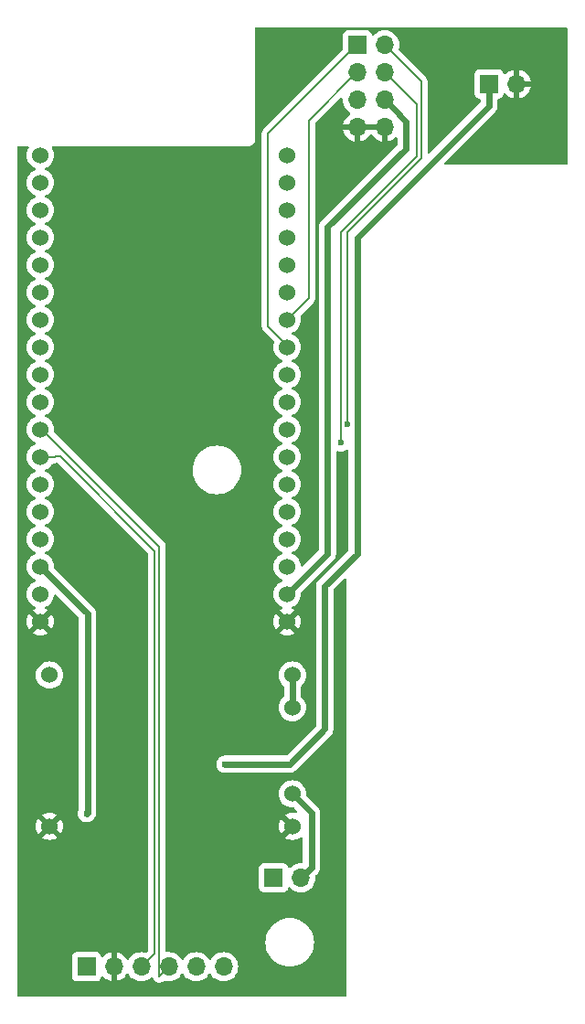
<source format=gbr>
%TF.GenerationSoftware,KiCad,Pcbnew,8.0.8*%
%TF.CreationDate,2025-07-12T12:46:12+02:00*%
%TF.ProjectId,lora_sensor_case-sensor_bottom,6c6f7261-5f73-4656-9e73-6f725f636173,rev?*%
%TF.SameCoordinates,Original*%
%TF.FileFunction,Copper,L1,Top*%
%TF.FilePolarity,Positive*%
%FSLAX46Y46*%
G04 Gerber Fmt 4.6, Leading zero omitted, Abs format (unit mm)*
G04 Created by KiCad (PCBNEW 8.0.8) date 2025-07-12 12:46:12*
%MOMM*%
%LPD*%
G01*
G04 APERTURE LIST*
%TA.AperFunction,ComponentPad*%
%ADD10R,1.700000X1.700000*%
%TD*%
%TA.AperFunction,ComponentPad*%
%ADD11O,1.700000X1.700000*%
%TD*%
%TA.AperFunction,ComponentPad*%
%ADD12C,1.524000*%
%TD*%
%TA.AperFunction,ViaPad*%
%ADD13C,0.600000*%
%TD*%
%TA.AperFunction,Conductor*%
%ADD14C,0.600000*%
%TD*%
%TA.AperFunction,Conductor*%
%ADD15C,0.200000*%
%TD*%
G04 APERTURE END LIST*
D10*
%TO.P,J1,1,Pin_1*%
%TO.N,VCC*%
X126250000Y-122250000D03*
D11*
%TO.P,J1,2,Pin_2*%
%TO.N,GNDA*%
X128790000Y-122250000D03*
%TD*%
D12*
%TO.P,U1,1,GND*%
%TO.N,GND*%
X127500000Y-98540000D03*
%TO.P,U1,2,5V*%
%TO.N,+5V*%
X127500000Y-96000000D03*
%TO.P,U1,3,Vext*%
%TO.N,unconnected-(U1-Vext-Pad3)*%
X127500000Y-93460000D03*
%TO.P,U1,4,Vext*%
%TO.N,unconnected-(U1-Vext-Pad4)*%
X127500000Y-90920000D03*
%TO.P,U1,5,RX*%
%TO.N,/UART_RX*%
X127500000Y-88380000D03*
%TO.P,U1,6,TX*%
%TO.N,/UART_TX*%
X127500000Y-85840000D03*
%TO.P,U1,7,RST*%
%TO.N,unconnected-(U1-RST-Pad7)*%
X127500000Y-83300000D03*
%TO.P,U1,8,0*%
%TO.N,unconnected-(U1-0-Pad8)*%
X127500000Y-80760000D03*
%TO.P,U1,9,36*%
%TO.N,unconnected-(U1-36-Pad9)*%
X127500000Y-78220000D03*
%TO.P,U1,10,35*%
%TO.N,unconnected-(U1-35-Pad10)*%
X127500000Y-75680000D03*
%TO.P,U1,11,34*%
%TO.N,/GPIO_34*%
X127500000Y-73140000D03*
%TO.P,U1,12,33*%
%TO.N,/GPIO_33*%
X127500000Y-70600000D03*
%TO.P,U1,13,SPI_CLK_P*%
%TO.N,unconnected-(U1-SPI_CLK_P-Pad13)*%
X127500000Y-68060000D03*
%TO.P,U1,14,SPI_CLK_N*%
%TO.N,unconnected-(U1-SPI_CLK_N-Pad14)*%
X127500000Y-65520000D03*
%TO.P,U1,15,26*%
%TO.N,unconnected-(U1-26-Pad15)*%
X127500000Y-62980000D03*
%TO.P,U1,16,21*%
%TO.N,unconnected-(U1-21-Pad16)*%
X127500000Y-60440000D03*
%TO.P,U1,17,20*%
%TO.N,unconnected-(U1-20-Pad17)*%
X127500000Y-57900000D03*
%TO.P,U1,18,19*%
%TO.N,unconnected-(U1-19-Pad18)*%
X127500000Y-55360000D03*
%TO.P,U1,19,GND*%
%TO.N,GND*%
X104640000Y-98540000D03*
%TO.P,U1,20,3.3*%
%TO.N,unconnected-(U1-3.3-Pad20)*%
X104640000Y-96000000D03*
%TO.P,U1,21,3.3*%
%TO.N,+3V3*%
X104640000Y-93460000D03*
%TO.P,U1,22,37*%
%TO.N,unconnected-(U1-37-Pad22)*%
X104640000Y-90920000D03*
%TO.P,U1,23,46*%
%TO.N,unconnected-(U1-46-Pad23)*%
X104640000Y-88380000D03*
%TO.P,U1,24,45*%
%TO.N,unconnected-(U1-45-Pad24)*%
X104640000Y-85840000D03*
%TO.P,U1,25,42*%
%TO.N,/SCL*%
X104640000Y-83300000D03*
%TO.P,U1,26,41*%
%TO.N,/SDA*%
X104640000Y-80760000D03*
%TO.P,U1,27,40*%
%TO.N,unconnected-(U1-40-Pad27)*%
X104640000Y-78220000D03*
%TO.P,U1,28,39*%
%TO.N,unconnected-(U1-39-Pad28)*%
X104640000Y-75680000D03*
%TO.P,U1,29,38*%
%TO.N,unconnected-(U1-38-Pad29)*%
X104640000Y-73140000D03*
%TO.P,U1,30,1*%
%TO.N,unconnected-(U1-1-Pad30)*%
X104640000Y-70600000D03*
%TO.P,U1,31,2*%
%TO.N,unconnected-(U1-2-Pad31)*%
X104640000Y-68060000D03*
%TO.P,U1,32,3*%
%TO.N,unconnected-(U1-3-Pad32)*%
X104640000Y-65520000D03*
%TO.P,U1,33,4*%
%TO.N,unconnected-(U1-4-Pad33)*%
X104640000Y-62980000D03*
%TO.P,U1,34,5*%
%TO.N,unconnected-(U1-5-Pad34)*%
X104640000Y-60440000D03*
%TO.P,U1,35,6*%
%TO.N,unconnected-(U1-6-Pad35)*%
X104640000Y-57900000D03*
%TO.P,U1,36,7*%
%TO.N,unconnected-(U1-7-Pad36)*%
X104640000Y-55360000D03*
%TD*%
D10*
%TO.P,U2,1,VCC*%
%TO.N,+3V3*%
X108920000Y-130500000D03*
D11*
%TO.P,U2,2,GND*%
%TO.N,GND*%
X111460000Y-130500000D03*
%TO.P,U2,3,SCL*%
%TO.N,/SCL*%
X114000000Y-130500000D03*
%TO.P,U2,4,SDA*%
%TO.N,/SDA*%
X116540000Y-130500000D03*
%TO.P,U2,5,CSB*%
%TO.N,unconnected-(U2-CSB-Pad5)*%
X119080000Y-130500000D03*
%TO.P,U2,6,SDO*%
%TO.N,unconnected-(U2-SDO-Pad6)*%
X121620000Y-130500000D03*
%TD*%
D12*
%TO.P,U4,1,In+*%
%TO.N,VDD*%
X105500000Y-103500000D03*
%TO.P,U4,2,In-*%
%TO.N,GND*%
X105500000Y-117500000D03*
%TO.P,U4,3,Out+*%
%TO.N,VCC*%
X128000000Y-103500000D03*
%TO.P,U4,4,Bat+*%
X128000000Y-106500000D03*
%TO.P,U4,5,Bat-*%
%TO.N,GNDA*%
X128000000Y-114500000D03*
%TO.P,U4,6,Out-*%
%TO.N,GND*%
X128000000Y-117500000D03*
%TD*%
D10*
%TO.P,J3,1,Pin_1*%
%TO.N,VDD*%
X146210000Y-48750000D03*
D11*
%TO.P,J3,2,Pin_2*%
%TO.N,GND*%
X148750000Y-48750000D03*
%TD*%
D10*
%TO.P,J2,1,Pin_1*%
%TO.N,/GPIO_34*%
X134000000Y-45130000D03*
D11*
%TO.P,J2,2,Pin_2*%
%TO.N,/UART_TX*%
X136540000Y-45130000D03*
%TO.P,J2,3,Pin_3*%
%TO.N,/GPIO_33*%
X134000000Y-47670000D03*
%TO.P,J2,4,Pin_4*%
%TO.N,/UART_RX*%
X136540000Y-47670000D03*
%TO.P,J2,5,Pin_5*%
%TO.N,+3V3*%
X134000000Y-50210000D03*
%TO.P,J2,6,Pin_6*%
%TO.N,+5V*%
X136540000Y-50210000D03*
%TO.P,J2,7,Pin_7*%
%TO.N,GND*%
X134000000Y-52750000D03*
%TO.P,J2,8,Pin_8*%
X136540000Y-52750000D03*
%TD*%
D13*
%TO.N,GND*%
X111500000Y-68500000D03*
%TO.N,+3V3*%
X108920000Y-116330000D03*
%TO.N,/UART_TX*%
X133100000Y-80250000D03*
%TO.N,/UART_RX*%
X132500000Y-82000000D03*
%TO.N,VDD*%
X121750000Y-111750000D03*
%TD*%
D14*
%TO.N,+3V3*%
X104640000Y-93460000D02*
X109000000Y-97820000D01*
X109000000Y-97820000D02*
X109000000Y-116250000D01*
X109000000Y-116250000D02*
X108920000Y-116330000D01*
D15*
%TO.N,/SDA*%
X116540000Y-130500000D02*
X115675000Y-131365000D01*
X115675000Y-131365000D02*
X115675000Y-91575000D01*
X115675000Y-91575000D02*
X104750000Y-80650000D01*
%TO.N,/GPIO_33*%
X129500000Y-52170000D02*
X133960000Y-47710000D01*
X129500000Y-68600000D02*
X129500000Y-52170000D01*
X127610000Y-70490000D02*
X129500000Y-68600000D01*
D14*
%TO.N,+5V*%
X131250000Y-62000000D02*
X131250000Y-92250000D01*
X136540000Y-50210000D02*
X137890000Y-51560000D01*
X131250000Y-92250000D02*
X127500000Y-96000000D01*
X137890000Y-51560000D02*
X137890000Y-51640000D01*
X138500000Y-52250000D02*
X138500000Y-54750000D01*
X137890000Y-51640000D02*
X138500000Y-52250000D01*
X138500000Y-54750000D02*
X131250000Y-62000000D01*
D15*
%TO.N,/SCL*%
X105950000Y-83300000D02*
X104640000Y-83300000D01*
X114000000Y-130500000D02*
X115250000Y-129250000D01*
X115250000Y-92000000D02*
X106500000Y-83250000D01*
X106500000Y-83250000D02*
X106000000Y-83250000D01*
X115250000Y-129250000D02*
X115250000Y-92000000D01*
X106000000Y-83250000D02*
X105950000Y-83300000D01*
%TO.N,/GPIO_34*%
X125750000Y-53380000D02*
X133960000Y-45170000D01*
X127610000Y-73030000D02*
X125750000Y-71170000D01*
X125750000Y-71170000D02*
X125750000Y-53380000D01*
%TO.N,/UART_TX*%
X139900000Y-48490000D02*
X139900000Y-55665686D01*
X136540000Y-45130000D02*
X139900000Y-48490000D01*
X133100000Y-62465686D02*
X133100000Y-80250000D01*
X133100000Y-62465686D02*
X139900000Y-55665686D01*
%TO.N,/UART_RX*%
X132500000Y-62500000D02*
X139500000Y-55500000D01*
X139500000Y-50630000D02*
X139500000Y-55500000D01*
X136540000Y-47670000D02*
X139500000Y-50630000D01*
X132500000Y-82000000D02*
X132500000Y-62500000D01*
D14*
%TO.N,VDD*%
X146210000Y-48750000D02*
X146210000Y-50790000D01*
X134000000Y-92250000D02*
X131000000Y-95250000D01*
X146210000Y-50790000D02*
X134000000Y-63000000D01*
X131000000Y-108500000D02*
X127750000Y-111750000D01*
X127750000Y-111750000D02*
X121750000Y-111750000D01*
X134000000Y-63000000D02*
X134000000Y-92250000D01*
X131000000Y-95250000D02*
X131000000Y-108500000D01*
%TO.N,GNDA*%
X129750000Y-116250000D02*
X129750000Y-121290000D01*
X128000000Y-114500000D02*
X129750000Y-116250000D01*
X129750000Y-121290000D02*
X128790000Y-122250000D01*
%TO.N,VCC*%
X128000000Y-103500000D02*
X128000000Y-106500000D01*
%TD*%
%TA.AperFunction,Conductor*%
%TO.N,GND*%
G36*
X153442539Y-43520185D02*
G01*
X153488294Y-43572989D01*
X153499500Y-43624500D01*
X153499500Y-56126000D01*
X153479815Y-56193039D01*
X153427011Y-56238794D01*
X153375500Y-56250000D01*
X142181440Y-56250000D01*
X142114401Y-56230315D01*
X142068646Y-56177511D01*
X142058702Y-56108353D01*
X142087727Y-56044797D01*
X142093759Y-56038319D01*
X146831786Y-51300292D01*
X146831789Y-51300289D01*
X146919394Y-51169179D01*
X146979738Y-51023497D01*
X147010500Y-50868842D01*
X147010500Y-50711157D01*
X147010500Y-50222351D01*
X147030185Y-50155312D01*
X147082989Y-50109557D01*
X147121247Y-50099061D01*
X147167483Y-50094091D01*
X147302331Y-50043796D01*
X147417546Y-49957546D01*
X147503796Y-49842331D01*
X147553002Y-49710401D01*
X147594872Y-49654468D01*
X147660337Y-49630050D01*
X147728610Y-49644901D01*
X147756865Y-49666053D01*
X147878917Y-49788105D01*
X148072421Y-49923600D01*
X148286507Y-50023429D01*
X148286516Y-50023433D01*
X148500000Y-50080634D01*
X148500000Y-49183012D01*
X148557007Y-49215925D01*
X148684174Y-49250000D01*
X148815826Y-49250000D01*
X148942993Y-49215925D01*
X149000000Y-49183012D01*
X149000000Y-50080633D01*
X149213483Y-50023433D01*
X149213492Y-50023429D01*
X149427578Y-49923600D01*
X149621082Y-49788105D01*
X149788105Y-49621082D01*
X149923600Y-49427578D01*
X150023429Y-49213492D01*
X150023432Y-49213486D01*
X150080636Y-49000000D01*
X149183012Y-49000000D01*
X149215925Y-48942993D01*
X149250000Y-48815826D01*
X149250000Y-48684174D01*
X149215925Y-48557007D01*
X149183012Y-48500000D01*
X150080636Y-48500000D01*
X150080635Y-48499999D01*
X150023432Y-48286513D01*
X150023429Y-48286507D01*
X149923600Y-48072422D01*
X149923599Y-48072420D01*
X149788113Y-47878926D01*
X149788108Y-47878920D01*
X149621082Y-47711894D01*
X149427578Y-47576399D01*
X149213492Y-47476570D01*
X149213486Y-47476567D01*
X149000000Y-47419364D01*
X149000000Y-48316988D01*
X148942993Y-48284075D01*
X148815826Y-48250000D01*
X148684174Y-48250000D01*
X148557007Y-48284075D01*
X148500000Y-48316988D01*
X148500000Y-47419364D01*
X148499999Y-47419364D01*
X148286513Y-47476567D01*
X148286507Y-47476570D01*
X148072422Y-47576399D01*
X148072420Y-47576400D01*
X147878926Y-47711886D01*
X147756865Y-47833947D01*
X147695542Y-47867431D01*
X147625850Y-47862447D01*
X147569917Y-47820575D01*
X147553002Y-47789598D01*
X147503797Y-47657671D01*
X147503793Y-47657664D01*
X147417547Y-47542455D01*
X147417544Y-47542452D01*
X147302335Y-47456206D01*
X147302328Y-47456202D01*
X147167482Y-47405908D01*
X147167483Y-47405908D01*
X147107883Y-47399501D01*
X147107881Y-47399500D01*
X147107873Y-47399500D01*
X147107864Y-47399500D01*
X145312129Y-47399500D01*
X145312123Y-47399501D01*
X145252516Y-47405908D01*
X145117671Y-47456202D01*
X145117664Y-47456206D01*
X145002455Y-47542452D01*
X145002452Y-47542455D01*
X144916206Y-47657664D01*
X144916202Y-47657671D01*
X144865908Y-47792517D01*
X144859501Y-47852116D01*
X144859500Y-47852135D01*
X144859500Y-49647870D01*
X144859501Y-49647876D01*
X144865908Y-49707483D01*
X144916202Y-49842328D01*
X144916206Y-49842335D01*
X145002452Y-49957544D01*
X145002455Y-49957547D01*
X145117664Y-50043793D01*
X145117671Y-50043797D01*
X145252516Y-50094091D01*
X145298757Y-50099063D01*
X145363307Y-50125801D01*
X145403155Y-50183194D01*
X145409500Y-50222352D01*
X145409500Y-50407060D01*
X145389815Y-50474099D01*
X145373181Y-50494741D01*
X140712181Y-55155741D01*
X140650858Y-55189226D01*
X140581166Y-55184242D01*
X140525233Y-55142370D01*
X140500816Y-55076906D01*
X140500500Y-55068060D01*
X140500500Y-48579060D01*
X140500501Y-48579047D01*
X140500501Y-48410944D01*
X140484144Y-48349901D01*
X140459577Y-48258216D01*
X140392499Y-48142032D01*
X140380524Y-48121290D01*
X140380518Y-48121282D01*
X137872766Y-45613531D01*
X137839281Y-45552208D01*
X137840672Y-45493757D01*
X137841863Y-45489309D01*
X137875063Y-45365408D01*
X137895659Y-45130000D01*
X137875063Y-44894592D01*
X137813903Y-44666337D01*
X137714035Y-44452171D01*
X137578495Y-44258599D01*
X137578494Y-44258597D01*
X137411402Y-44091506D01*
X137411395Y-44091501D01*
X137217834Y-43955967D01*
X137217830Y-43955965D01*
X137217828Y-43955964D01*
X137003663Y-43856097D01*
X137003659Y-43856096D01*
X137003655Y-43856094D01*
X136775413Y-43794938D01*
X136775403Y-43794936D01*
X136540001Y-43774341D01*
X136539999Y-43774341D01*
X136304596Y-43794936D01*
X136304586Y-43794938D01*
X136076344Y-43856094D01*
X136076335Y-43856098D01*
X135862171Y-43955964D01*
X135862169Y-43955965D01*
X135668600Y-44091503D01*
X135546673Y-44213430D01*
X135485350Y-44246914D01*
X135415658Y-44241930D01*
X135359725Y-44200058D01*
X135342810Y-44169081D01*
X135293797Y-44037671D01*
X135293793Y-44037664D01*
X135207547Y-43922455D01*
X135207544Y-43922452D01*
X135092335Y-43836206D01*
X135092328Y-43836202D01*
X134957482Y-43785908D01*
X134957483Y-43785908D01*
X134897883Y-43779501D01*
X134897881Y-43779500D01*
X134897873Y-43779500D01*
X134897864Y-43779500D01*
X133102129Y-43779500D01*
X133102123Y-43779501D01*
X133042516Y-43785908D01*
X132907671Y-43836202D01*
X132907664Y-43836206D01*
X132792455Y-43922452D01*
X132792452Y-43922455D01*
X132706206Y-44037664D01*
X132706202Y-44037671D01*
X132655908Y-44172517D01*
X132649501Y-44232116D01*
X132649500Y-44232135D01*
X132649500Y-45579902D01*
X132629815Y-45646941D01*
X132613181Y-45667583D01*
X125269481Y-53011282D01*
X125269479Y-53011284D01*
X125253565Y-53038848D01*
X125246839Y-53050500D01*
X125190423Y-53148215D01*
X125149499Y-53300943D01*
X125149499Y-53300945D01*
X125149499Y-53469046D01*
X125149500Y-53469059D01*
X125149500Y-71083330D01*
X125149499Y-71083348D01*
X125149499Y-71249054D01*
X125149498Y-71249054D01*
X125190423Y-71401786D01*
X125190424Y-71401787D01*
X125216888Y-71447624D01*
X125269480Y-71538716D01*
X125269482Y-71538718D01*
X125388349Y-71657585D01*
X125388355Y-71657590D01*
X126288483Y-72557718D01*
X126321968Y-72619041D01*
X126316984Y-72688733D01*
X126313186Y-72697800D01*
X126309107Y-72706547D01*
X126309104Y-72706554D01*
X126251930Y-72919929D01*
X126251929Y-72919937D01*
X126232677Y-73139997D01*
X126232677Y-73140002D01*
X126251929Y-73360062D01*
X126251930Y-73360070D01*
X126309104Y-73573445D01*
X126309105Y-73573447D01*
X126309106Y-73573450D01*
X126402466Y-73773662D01*
X126402468Y-73773666D01*
X126529170Y-73954615D01*
X126529175Y-73954621D01*
X126685378Y-74110824D01*
X126685384Y-74110829D01*
X126866333Y-74237531D01*
X126866335Y-74237532D01*
X126866338Y-74237534D01*
X126985748Y-74293215D01*
X126995189Y-74297618D01*
X127047628Y-74343790D01*
X127066780Y-74410984D01*
X127046564Y-74477865D01*
X126995189Y-74522382D01*
X126866340Y-74582465D01*
X126866338Y-74582466D01*
X126685377Y-74709175D01*
X126529175Y-74865377D01*
X126402466Y-75046338D01*
X126402465Y-75046340D01*
X126309107Y-75246548D01*
X126309104Y-75246554D01*
X126251930Y-75459929D01*
X126251929Y-75459937D01*
X126232677Y-75679997D01*
X126232677Y-75680002D01*
X126251929Y-75900062D01*
X126251930Y-75900070D01*
X126309104Y-76113445D01*
X126309105Y-76113447D01*
X126309106Y-76113450D01*
X126402466Y-76313662D01*
X126402468Y-76313666D01*
X126529170Y-76494615D01*
X126529175Y-76494621D01*
X126685378Y-76650824D01*
X126685384Y-76650829D01*
X126866333Y-76777531D01*
X126866335Y-76777532D01*
X126866338Y-76777534D01*
X126985748Y-76833215D01*
X126995189Y-76837618D01*
X127047628Y-76883790D01*
X127066780Y-76950984D01*
X127046564Y-77017865D01*
X126995189Y-77062382D01*
X126866340Y-77122465D01*
X126866338Y-77122466D01*
X126685377Y-77249175D01*
X126529175Y-77405377D01*
X126402466Y-77586338D01*
X126402465Y-77586340D01*
X126309107Y-77786548D01*
X126309104Y-77786554D01*
X126251930Y-77999929D01*
X126251929Y-77999937D01*
X126232677Y-78219997D01*
X126232677Y-78220002D01*
X126251929Y-78440062D01*
X126251930Y-78440070D01*
X126309104Y-78653445D01*
X126309105Y-78653447D01*
X126309106Y-78653450D01*
X126402466Y-78853662D01*
X126402468Y-78853666D01*
X126529170Y-79034615D01*
X126529175Y-79034621D01*
X126685378Y-79190824D01*
X126685384Y-79190829D01*
X126866333Y-79317531D01*
X126866335Y-79317532D01*
X126866338Y-79317534D01*
X126985748Y-79373215D01*
X126995189Y-79377618D01*
X127047628Y-79423790D01*
X127066780Y-79490984D01*
X127046564Y-79557865D01*
X126995189Y-79602382D01*
X126866340Y-79662465D01*
X126866338Y-79662466D01*
X126685377Y-79789175D01*
X126529175Y-79945377D01*
X126402466Y-80126338D01*
X126402465Y-80126340D01*
X126309107Y-80326548D01*
X126309104Y-80326554D01*
X126251930Y-80539929D01*
X126251929Y-80539937D01*
X126232677Y-80759997D01*
X126232677Y-80760002D01*
X126251929Y-80980062D01*
X126251930Y-80980070D01*
X126309104Y-81193445D01*
X126309105Y-81193447D01*
X126309106Y-81193450D01*
X126402466Y-81393662D01*
X126402468Y-81393666D01*
X126529170Y-81574615D01*
X126529175Y-81574621D01*
X126685378Y-81730824D01*
X126685384Y-81730829D01*
X126866333Y-81857531D01*
X126866335Y-81857532D01*
X126866338Y-81857534D01*
X126979112Y-81910121D01*
X126995189Y-81917618D01*
X127047628Y-81963790D01*
X127066780Y-82030984D01*
X127046564Y-82097865D01*
X126995189Y-82142382D01*
X126866340Y-82202465D01*
X126866338Y-82202466D01*
X126685377Y-82329175D01*
X126529175Y-82485377D01*
X126402466Y-82666338D01*
X126402465Y-82666340D01*
X126309107Y-82866548D01*
X126309104Y-82866554D01*
X126251930Y-83079929D01*
X126251929Y-83079937D01*
X126232677Y-83299997D01*
X126232677Y-83300002D01*
X126251929Y-83520062D01*
X126251930Y-83520070D01*
X126309104Y-83733445D01*
X126309105Y-83733447D01*
X126309106Y-83733450D01*
X126369594Y-83863167D01*
X126402466Y-83933662D01*
X126402468Y-83933666D01*
X126529170Y-84114615D01*
X126529175Y-84114621D01*
X126685378Y-84270824D01*
X126685384Y-84270829D01*
X126866333Y-84397531D01*
X126866335Y-84397532D01*
X126866338Y-84397534D01*
X126985748Y-84453215D01*
X126995189Y-84457618D01*
X127047628Y-84503790D01*
X127066780Y-84570984D01*
X127046564Y-84637865D01*
X126995189Y-84682382D01*
X126866340Y-84742465D01*
X126866338Y-84742466D01*
X126685377Y-84869175D01*
X126529175Y-85025377D01*
X126402466Y-85206338D01*
X126402465Y-85206340D01*
X126309107Y-85406548D01*
X126309104Y-85406554D01*
X126251930Y-85619929D01*
X126251929Y-85619937D01*
X126232677Y-85839997D01*
X126232677Y-85840002D01*
X126251929Y-86060062D01*
X126251930Y-86060070D01*
X126309104Y-86273445D01*
X126309105Y-86273447D01*
X126309106Y-86273450D01*
X126392911Y-86453172D01*
X126402466Y-86473662D01*
X126402468Y-86473666D01*
X126529170Y-86654615D01*
X126529175Y-86654621D01*
X126685378Y-86810824D01*
X126685384Y-86810829D01*
X126866333Y-86937531D01*
X126866335Y-86937532D01*
X126866338Y-86937534D01*
X126985748Y-86993215D01*
X126995189Y-86997618D01*
X127047628Y-87043790D01*
X127066780Y-87110984D01*
X127046564Y-87177865D01*
X126995189Y-87222382D01*
X126866340Y-87282465D01*
X126866338Y-87282466D01*
X126685377Y-87409175D01*
X126529175Y-87565377D01*
X126402466Y-87746338D01*
X126402465Y-87746340D01*
X126309107Y-87946548D01*
X126309104Y-87946554D01*
X126251930Y-88159929D01*
X126251929Y-88159937D01*
X126232677Y-88379997D01*
X126232677Y-88380002D01*
X126251929Y-88600062D01*
X126251930Y-88600070D01*
X126309104Y-88813445D01*
X126309105Y-88813447D01*
X126309106Y-88813450D01*
X126402466Y-89013662D01*
X126402468Y-89013666D01*
X126529170Y-89194615D01*
X126529175Y-89194621D01*
X126685378Y-89350824D01*
X126685384Y-89350829D01*
X126866333Y-89477531D01*
X126866335Y-89477532D01*
X126866338Y-89477534D01*
X126985748Y-89533215D01*
X126995189Y-89537618D01*
X127047628Y-89583790D01*
X127066780Y-89650984D01*
X127046564Y-89717865D01*
X126995189Y-89762382D01*
X126866340Y-89822465D01*
X126866338Y-89822466D01*
X126685377Y-89949175D01*
X126529175Y-90105377D01*
X126402466Y-90286338D01*
X126402465Y-90286340D01*
X126309107Y-90486548D01*
X126309104Y-90486554D01*
X126251930Y-90699929D01*
X126251929Y-90699937D01*
X126232677Y-90919997D01*
X126232677Y-90920002D01*
X126251929Y-91140062D01*
X126251930Y-91140070D01*
X126309104Y-91353445D01*
X126309105Y-91353447D01*
X126309106Y-91353450D01*
X126375551Y-91495943D01*
X126402466Y-91553662D01*
X126402468Y-91553666D01*
X126529170Y-91734615D01*
X126529175Y-91734621D01*
X126685378Y-91890824D01*
X126685384Y-91890829D01*
X126866333Y-92017531D01*
X126866335Y-92017532D01*
X126866338Y-92017534D01*
X126985748Y-92073215D01*
X126995189Y-92077618D01*
X127047628Y-92123790D01*
X127066780Y-92190984D01*
X127046564Y-92257865D01*
X126995189Y-92302382D01*
X126866340Y-92362465D01*
X126866338Y-92362466D01*
X126685377Y-92489175D01*
X126529175Y-92645377D01*
X126402466Y-92826338D01*
X126402465Y-92826340D01*
X126309107Y-93026548D01*
X126309104Y-93026554D01*
X126251930Y-93239929D01*
X126251929Y-93239937D01*
X126232677Y-93459997D01*
X126232677Y-93460002D01*
X126251929Y-93680062D01*
X126251930Y-93680070D01*
X126309104Y-93893445D01*
X126309105Y-93893447D01*
X126309106Y-93893450D01*
X126402466Y-94093662D01*
X126402468Y-94093666D01*
X126529170Y-94274615D01*
X126529175Y-94274621D01*
X126685378Y-94430824D01*
X126685384Y-94430829D01*
X126866333Y-94557531D01*
X126866335Y-94557532D01*
X126866338Y-94557534D01*
X126985748Y-94613215D01*
X126995189Y-94617618D01*
X127047628Y-94663790D01*
X127066780Y-94730984D01*
X127046564Y-94797865D01*
X126995189Y-94842382D01*
X126866340Y-94902465D01*
X126866338Y-94902466D01*
X126685377Y-95029175D01*
X126529175Y-95185377D01*
X126402466Y-95366338D01*
X126402465Y-95366340D01*
X126309107Y-95566548D01*
X126309104Y-95566554D01*
X126251930Y-95779929D01*
X126251929Y-95779937D01*
X126232677Y-95999997D01*
X126232677Y-96000002D01*
X126251929Y-96220062D01*
X126251930Y-96220070D01*
X126309104Y-96433445D01*
X126309105Y-96433447D01*
X126309106Y-96433450D01*
X126402466Y-96633662D01*
X126402468Y-96633666D01*
X126529170Y-96814615D01*
X126529175Y-96814621D01*
X126685378Y-96970824D01*
X126685384Y-96970829D01*
X126866333Y-97097531D01*
X126866335Y-97097532D01*
X126866338Y-97097534D01*
X126995781Y-97157894D01*
X127048220Y-97204066D01*
X127067372Y-97271260D01*
X127047156Y-97338141D01*
X126995781Y-97382658D01*
X126866590Y-97442901D01*
X126801811Y-97488258D01*
X127472554Y-98159000D01*
X127449840Y-98159000D01*
X127352939Y-98184964D01*
X127266060Y-98235124D01*
X127195124Y-98306060D01*
X127144964Y-98392939D01*
X127119000Y-98489840D01*
X127119000Y-98512553D01*
X126448258Y-97841811D01*
X126402901Y-97906590D01*
X126309579Y-98106720D01*
X126309575Y-98106729D01*
X126252426Y-98320013D01*
X126252424Y-98320023D01*
X126233179Y-98539999D01*
X126233179Y-98540000D01*
X126252424Y-98759976D01*
X126252426Y-98759986D01*
X126309575Y-98973270D01*
X126309580Y-98973284D01*
X126402898Y-99173405D01*
X126402901Y-99173411D01*
X126448258Y-99238187D01*
X126448258Y-99238188D01*
X127119000Y-98567446D01*
X127119000Y-98590160D01*
X127144964Y-98687061D01*
X127195124Y-98773940D01*
X127266060Y-98844876D01*
X127352939Y-98895036D01*
X127449840Y-98921000D01*
X127472553Y-98921000D01*
X126801810Y-99591740D01*
X126866590Y-99637099D01*
X126866592Y-99637100D01*
X127066715Y-99730419D01*
X127066729Y-99730424D01*
X127280013Y-99787573D01*
X127280023Y-99787575D01*
X127499999Y-99806821D01*
X127500001Y-99806821D01*
X127719976Y-99787575D01*
X127719986Y-99787573D01*
X127933270Y-99730424D01*
X127933284Y-99730419D01*
X128133407Y-99637100D01*
X128133417Y-99637094D01*
X128198188Y-99591741D01*
X127527448Y-98921000D01*
X127550160Y-98921000D01*
X127647061Y-98895036D01*
X127733940Y-98844876D01*
X127804876Y-98773940D01*
X127855036Y-98687061D01*
X127881000Y-98590160D01*
X127881000Y-98567447D01*
X128551741Y-99238188D01*
X128597094Y-99173417D01*
X128597100Y-99173407D01*
X128690419Y-98973284D01*
X128690424Y-98973270D01*
X128747573Y-98759986D01*
X128747575Y-98759976D01*
X128766821Y-98540000D01*
X128766821Y-98539999D01*
X128747575Y-98320023D01*
X128747573Y-98320013D01*
X128690424Y-98106729D01*
X128690420Y-98106720D01*
X128597096Y-97906586D01*
X128551741Y-97841811D01*
X128551740Y-97841810D01*
X127881000Y-98512551D01*
X127881000Y-98489840D01*
X127855036Y-98392939D01*
X127804876Y-98306060D01*
X127733940Y-98235124D01*
X127647061Y-98184964D01*
X127550160Y-98159000D01*
X127527447Y-98159000D01*
X128198188Y-97488258D01*
X128133411Y-97442901D01*
X128133405Y-97442898D01*
X128004219Y-97382658D01*
X127951779Y-97336486D01*
X127932627Y-97269293D01*
X127952843Y-97202411D01*
X128004219Y-97157894D01*
X128133662Y-97097534D01*
X128314620Y-96970826D01*
X128470826Y-96814620D01*
X128597534Y-96633662D01*
X128690894Y-96433450D01*
X128748070Y-96220068D01*
X128767323Y-96000000D01*
X128761481Y-95933235D01*
X128775247Y-95864738D01*
X128797325Y-95834751D01*
X131871789Y-92760289D01*
X131959394Y-92629179D01*
X132019737Y-92483497D01*
X132050500Y-92328842D01*
X132050500Y-92171157D01*
X132050500Y-82865567D01*
X132070185Y-82798528D01*
X132122989Y-82752773D01*
X132192147Y-82742829D01*
X132215455Y-82748526D01*
X132320737Y-82785366D01*
X132320743Y-82785367D01*
X132320745Y-82785368D01*
X132320746Y-82785368D01*
X132320750Y-82785369D01*
X132499996Y-82805565D01*
X132500000Y-82805565D01*
X132500004Y-82805565D01*
X132679249Y-82785369D01*
X132679252Y-82785368D01*
X132679255Y-82785368D01*
X132849522Y-82725789D01*
X133002262Y-82629816D01*
X133002262Y-82629815D01*
X133008158Y-82626111D01*
X133009602Y-82628409D01*
X133062849Y-82606659D01*
X133131547Y-82619401D01*
X133182450Y-82667261D01*
X133199500Y-82730012D01*
X133199500Y-91867060D01*
X133179815Y-91934099D01*
X133163182Y-91954740D01*
X130489711Y-94628211D01*
X130454132Y-94663790D01*
X130378209Y-94739712D01*
X130290609Y-94870814D01*
X130290602Y-94870827D01*
X130230264Y-95016498D01*
X130230261Y-95016510D01*
X130199500Y-95171153D01*
X130199500Y-108117060D01*
X130179815Y-108184099D01*
X130163181Y-108204741D01*
X127454741Y-110913181D01*
X127393418Y-110946666D01*
X127367060Y-110949500D01*
X121801915Y-110949500D01*
X121788031Y-110948720D01*
X121750002Y-110944435D01*
X121749998Y-110944435D01*
X121711969Y-110948720D01*
X121698085Y-110949500D01*
X121671152Y-110949500D01*
X121631994Y-110957288D01*
X121621696Y-110958890D01*
X121570742Y-110964632D01*
X121570735Y-110964634D01*
X121546898Y-110972975D01*
X121530140Y-110977550D01*
X121516502Y-110980263D01*
X121516496Y-110980264D01*
X121467631Y-111000504D01*
X121461140Y-111002982D01*
X121400477Y-111024210D01*
X121400474Y-111024212D01*
X121390127Y-111030713D01*
X121371639Y-111040266D01*
X121370832Y-111040600D01*
X121370824Y-111040604D01*
X121316047Y-111077204D01*
X121313132Y-111079092D01*
X121247742Y-111120180D01*
X121247735Y-111120186D01*
X121120186Y-111247735D01*
X121120180Y-111247742D01*
X121079092Y-111313132D01*
X121077204Y-111316047D01*
X121040604Y-111370824D01*
X121040600Y-111370832D01*
X121040266Y-111371639D01*
X121030713Y-111390127D01*
X121024212Y-111400474D01*
X121024210Y-111400477D01*
X121002982Y-111461140D01*
X121000504Y-111467631D01*
X120980264Y-111516496D01*
X120980263Y-111516502D01*
X120977550Y-111530140D01*
X120972975Y-111546898D01*
X120964634Y-111570735D01*
X120964632Y-111570742D01*
X120958890Y-111621696D01*
X120957288Y-111631994D01*
X120949500Y-111671152D01*
X120949500Y-111698085D01*
X120948720Y-111711969D01*
X120944435Y-111749998D01*
X120944435Y-111750001D01*
X120948720Y-111788029D01*
X120949500Y-111801914D01*
X120949500Y-111828844D01*
X120957288Y-111868003D01*
X120958890Y-111878303D01*
X120964632Y-111929252D01*
X120964633Y-111929260D01*
X120972976Y-111953104D01*
X120977550Y-111969860D01*
X120980262Y-111983496D01*
X121000509Y-112032377D01*
X121002988Y-112038872D01*
X121024212Y-112099524D01*
X121030709Y-112109865D01*
X121040268Y-112128365D01*
X121040603Y-112129173D01*
X121040605Y-112129179D01*
X121077223Y-112183982D01*
X121079114Y-112186900D01*
X121120180Y-112252257D01*
X121120182Y-112252260D01*
X121120184Y-112252262D01*
X121247738Y-112379816D01*
X121313131Y-112420905D01*
X121316040Y-112422790D01*
X121370821Y-112459394D01*
X121371606Y-112459719D01*
X121390134Y-112469289D01*
X121400478Y-112475789D01*
X121461175Y-112497028D01*
X121467607Y-112499484D01*
X121496021Y-112511253D01*
X121516497Y-112519735D01*
X121516498Y-112519735D01*
X121516503Y-112519737D01*
X121530139Y-112522449D01*
X121546898Y-112527023D01*
X121570745Y-112535368D01*
X121621714Y-112541110D01*
X121631992Y-112542709D01*
X121659140Y-112548109D01*
X121671157Y-112550500D01*
X121671158Y-112550500D01*
X121698085Y-112550500D01*
X121711969Y-112551280D01*
X121749998Y-112555565D01*
X121750000Y-112555565D01*
X121750002Y-112555565D01*
X121788031Y-112551280D01*
X121801915Y-112550500D01*
X127828844Y-112550500D01*
X127828845Y-112550499D01*
X127983497Y-112519737D01*
X128129179Y-112459394D01*
X128260289Y-112371789D01*
X131621789Y-109010289D01*
X131709394Y-108879179D01*
X131769737Y-108733497D01*
X131800500Y-108578842D01*
X131800500Y-108421158D01*
X131800500Y-95632940D01*
X131820185Y-95565901D01*
X131836819Y-95545259D01*
X132788319Y-94593759D01*
X132849642Y-94560274D01*
X132919334Y-94565258D01*
X132975267Y-94607130D01*
X132999684Y-94672594D01*
X133000000Y-94681440D01*
X133000000Y-133125500D01*
X132980315Y-133192539D01*
X132927511Y-133238294D01*
X132876000Y-133249500D01*
X102624500Y-133249500D01*
X102557461Y-133229815D01*
X102511706Y-133177011D01*
X102500500Y-133125500D01*
X102500500Y-117499999D01*
X104233179Y-117499999D01*
X104233179Y-117500000D01*
X104252424Y-117719976D01*
X104252426Y-117719986D01*
X104309575Y-117933270D01*
X104309580Y-117933284D01*
X104402898Y-118133405D01*
X104402901Y-118133411D01*
X104448258Y-118198187D01*
X104448258Y-118198188D01*
X105119000Y-117527446D01*
X105119000Y-117550160D01*
X105144964Y-117647061D01*
X105195124Y-117733940D01*
X105266060Y-117804876D01*
X105352939Y-117855036D01*
X105449840Y-117881000D01*
X105472553Y-117881000D01*
X104801810Y-118551740D01*
X104866590Y-118597099D01*
X104866592Y-118597100D01*
X105066715Y-118690419D01*
X105066729Y-118690424D01*
X105280013Y-118747573D01*
X105280023Y-118747575D01*
X105499999Y-118766821D01*
X105500001Y-118766821D01*
X105719976Y-118747575D01*
X105719986Y-118747573D01*
X105933270Y-118690424D01*
X105933284Y-118690419D01*
X106133407Y-118597100D01*
X106133417Y-118597094D01*
X106198188Y-118551741D01*
X105527448Y-117881000D01*
X105550160Y-117881000D01*
X105647061Y-117855036D01*
X105733940Y-117804876D01*
X105804876Y-117733940D01*
X105855036Y-117647061D01*
X105881000Y-117550160D01*
X105881000Y-117527447D01*
X106551741Y-118198188D01*
X106597094Y-118133417D01*
X106597100Y-118133407D01*
X106690419Y-117933284D01*
X106690424Y-117933270D01*
X106747573Y-117719986D01*
X106747575Y-117719976D01*
X106766821Y-117500000D01*
X106766821Y-117499999D01*
X106747575Y-117280023D01*
X106747573Y-117280013D01*
X106690424Y-117066729D01*
X106690420Y-117066720D01*
X106597096Y-116866586D01*
X106551741Y-116801811D01*
X106551740Y-116801810D01*
X105881000Y-117472551D01*
X105881000Y-117449840D01*
X105855036Y-117352939D01*
X105804876Y-117266060D01*
X105733940Y-117195124D01*
X105647061Y-117144964D01*
X105550160Y-117119000D01*
X105527447Y-117119000D01*
X106198188Y-116448258D01*
X106133411Y-116402901D01*
X106133405Y-116402898D01*
X105933284Y-116309580D01*
X105933270Y-116309575D01*
X105719986Y-116252426D01*
X105719976Y-116252424D01*
X105500001Y-116233179D01*
X105499999Y-116233179D01*
X105280023Y-116252424D01*
X105280013Y-116252426D01*
X105066729Y-116309575D01*
X105066720Y-116309579D01*
X104866590Y-116402901D01*
X104801811Y-116448258D01*
X105472554Y-117119000D01*
X105449840Y-117119000D01*
X105352939Y-117144964D01*
X105266060Y-117195124D01*
X105195124Y-117266060D01*
X105144964Y-117352939D01*
X105119000Y-117449840D01*
X105119000Y-117472553D01*
X104448258Y-116801811D01*
X104402901Y-116866590D01*
X104309579Y-117066720D01*
X104309575Y-117066729D01*
X104252426Y-117280013D01*
X104252424Y-117280023D01*
X104233179Y-117499999D01*
X102500500Y-117499999D01*
X102500500Y-103499997D01*
X104232677Y-103499997D01*
X104232677Y-103500002D01*
X104251929Y-103720062D01*
X104251930Y-103720070D01*
X104309104Y-103933445D01*
X104309105Y-103933447D01*
X104309106Y-103933450D01*
X104402466Y-104133662D01*
X104402468Y-104133666D01*
X104529170Y-104314615D01*
X104529175Y-104314621D01*
X104685378Y-104470824D01*
X104685384Y-104470829D01*
X104866333Y-104597531D01*
X104866335Y-104597532D01*
X104866338Y-104597534D01*
X105066550Y-104690894D01*
X105279932Y-104748070D01*
X105437123Y-104761822D01*
X105499998Y-104767323D01*
X105500000Y-104767323D01*
X105500002Y-104767323D01*
X105555017Y-104762509D01*
X105720068Y-104748070D01*
X105933450Y-104690894D01*
X106133662Y-104597534D01*
X106314620Y-104470826D01*
X106470826Y-104314620D01*
X106597534Y-104133662D01*
X106690894Y-103933450D01*
X106748070Y-103720068D01*
X106767323Y-103500000D01*
X106748070Y-103279932D01*
X106690894Y-103066550D01*
X106597534Y-102866339D01*
X106470826Y-102685380D01*
X106314620Y-102529174D01*
X106314616Y-102529171D01*
X106314615Y-102529170D01*
X106133666Y-102402468D01*
X106133662Y-102402466D01*
X106133660Y-102402465D01*
X105933450Y-102309106D01*
X105933447Y-102309105D01*
X105933445Y-102309104D01*
X105720070Y-102251930D01*
X105720062Y-102251929D01*
X105500002Y-102232677D01*
X105499998Y-102232677D01*
X105279937Y-102251929D01*
X105279929Y-102251930D01*
X105066554Y-102309104D01*
X105066548Y-102309107D01*
X104866340Y-102402465D01*
X104866338Y-102402466D01*
X104685377Y-102529175D01*
X104529175Y-102685377D01*
X104402466Y-102866338D01*
X104402465Y-102866340D01*
X104309107Y-103066548D01*
X104309104Y-103066554D01*
X104251930Y-103279929D01*
X104251929Y-103279937D01*
X104232677Y-103499997D01*
X102500500Y-103499997D01*
X102500500Y-54624500D01*
X102520185Y-54557461D01*
X102572989Y-54511706D01*
X102624500Y-54500500D01*
X103462399Y-54500500D01*
X103529438Y-54520185D01*
X103575193Y-54572989D01*
X103585137Y-54642147D01*
X103563974Y-54695621D01*
X103554317Y-54709413D01*
X103542466Y-54726338D01*
X103542465Y-54726340D01*
X103449107Y-54926548D01*
X103449104Y-54926554D01*
X103391930Y-55139929D01*
X103391929Y-55139937D01*
X103372677Y-55359997D01*
X103372677Y-55360002D01*
X103391929Y-55580062D01*
X103391930Y-55580070D01*
X103449104Y-55793445D01*
X103449105Y-55793447D01*
X103449106Y-55793450D01*
X103490500Y-55882220D01*
X103542466Y-55993662D01*
X103542468Y-55993666D01*
X103669170Y-56174615D01*
X103669175Y-56174621D01*
X103825378Y-56330824D01*
X103825384Y-56330829D01*
X104006333Y-56457531D01*
X104006335Y-56457532D01*
X104006338Y-56457534D01*
X104125748Y-56513215D01*
X104135189Y-56517618D01*
X104187628Y-56563790D01*
X104206780Y-56630984D01*
X104186564Y-56697865D01*
X104135189Y-56742382D01*
X104006340Y-56802465D01*
X104006338Y-56802466D01*
X103825377Y-56929175D01*
X103669175Y-57085377D01*
X103542466Y-57266338D01*
X103542465Y-57266340D01*
X103449107Y-57466548D01*
X103449104Y-57466554D01*
X103391930Y-57679929D01*
X103391929Y-57679937D01*
X103372677Y-57899997D01*
X103372677Y-57900002D01*
X103391929Y-58120062D01*
X103391930Y-58120070D01*
X103449104Y-58333445D01*
X103449105Y-58333447D01*
X103449106Y-58333450D01*
X103490500Y-58422220D01*
X103542466Y-58533662D01*
X103542468Y-58533666D01*
X103669170Y-58714615D01*
X103669175Y-58714621D01*
X103825378Y-58870824D01*
X103825384Y-58870829D01*
X104006333Y-58997531D01*
X104006335Y-58997532D01*
X104006338Y-58997534D01*
X104125748Y-59053215D01*
X104135189Y-59057618D01*
X104187628Y-59103790D01*
X104206780Y-59170984D01*
X104186564Y-59237865D01*
X104135189Y-59282382D01*
X104006340Y-59342465D01*
X104006338Y-59342466D01*
X103825377Y-59469175D01*
X103669175Y-59625377D01*
X103542466Y-59806338D01*
X103542465Y-59806340D01*
X103449107Y-60006548D01*
X103449104Y-60006554D01*
X103391930Y-60219929D01*
X103391929Y-60219937D01*
X103372677Y-60439997D01*
X103372677Y-60440002D01*
X103391929Y-60660062D01*
X103391930Y-60660070D01*
X103449104Y-60873445D01*
X103449105Y-60873447D01*
X103449106Y-60873450D01*
X103490500Y-60962220D01*
X103542466Y-61073662D01*
X103542468Y-61073666D01*
X103669170Y-61254615D01*
X103669175Y-61254621D01*
X103825378Y-61410824D01*
X103825384Y-61410829D01*
X104006333Y-61537531D01*
X104006335Y-61537532D01*
X104006338Y-61537534D01*
X104125748Y-61593215D01*
X104135189Y-61597618D01*
X104187628Y-61643790D01*
X104206780Y-61710984D01*
X104186564Y-61777865D01*
X104135189Y-61822382D01*
X104006340Y-61882465D01*
X104006338Y-61882466D01*
X103825377Y-62009175D01*
X103669175Y-62165377D01*
X103542466Y-62346338D01*
X103542465Y-62346340D01*
X103449107Y-62546548D01*
X103449104Y-62546554D01*
X103391930Y-62759929D01*
X103391929Y-62759937D01*
X103372677Y-62979997D01*
X103372677Y-62980002D01*
X103391929Y-63200062D01*
X103391930Y-63200070D01*
X103449104Y-63413445D01*
X103449105Y-63413447D01*
X103449106Y-63413450D01*
X103490500Y-63502220D01*
X103542466Y-63613662D01*
X103542468Y-63613666D01*
X103669170Y-63794615D01*
X103669175Y-63794621D01*
X103825378Y-63950824D01*
X103825384Y-63950829D01*
X104006333Y-64077531D01*
X104006335Y-64077532D01*
X104006338Y-64077534D01*
X104125748Y-64133215D01*
X104135189Y-64137618D01*
X104187628Y-64183790D01*
X104206780Y-64250984D01*
X104186564Y-64317865D01*
X104135189Y-64362382D01*
X104006340Y-64422465D01*
X104006338Y-64422466D01*
X103825377Y-64549175D01*
X103669175Y-64705377D01*
X103542466Y-64886338D01*
X103542465Y-64886340D01*
X103449107Y-65086548D01*
X103449104Y-65086554D01*
X103391930Y-65299929D01*
X103391929Y-65299937D01*
X103372677Y-65519997D01*
X103372677Y-65520002D01*
X103391929Y-65740062D01*
X103391930Y-65740070D01*
X103449104Y-65953445D01*
X103449105Y-65953447D01*
X103449106Y-65953450D01*
X103490500Y-66042220D01*
X103542466Y-66153662D01*
X103542468Y-66153666D01*
X103669170Y-66334615D01*
X103669175Y-66334621D01*
X103825378Y-66490824D01*
X103825384Y-66490829D01*
X104006333Y-66617531D01*
X104006335Y-66617532D01*
X104006338Y-66617534D01*
X104125748Y-66673215D01*
X104135189Y-66677618D01*
X104187628Y-66723790D01*
X104206780Y-66790984D01*
X104186564Y-66857865D01*
X104135189Y-66902382D01*
X104006340Y-66962465D01*
X104006338Y-66962466D01*
X103825377Y-67089175D01*
X103669175Y-67245377D01*
X103542466Y-67426338D01*
X103542465Y-67426340D01*
X103449107Y-67626548D01*
X103449104Y-67626554D01*
X103391930Y-67839929D01*
X103391929Y-67839937D01*
X103372677Y-68059997D01*
X103372677Y-68060002D01*
X103391929Y-68280062D01*
X103391930Y-68280070D01*
X103449104Y-68493445D01*
X103449105Y-68493447D01*
X103449106Y-68493450D01*
X103461924Y-68520938D01*
X103542466Y-68693662D01*
X103542468Y-68693666D01*
X103669170Y-68874615D01*
X103669175Y-68874621D01*
X103825378Y-69030824D01*
X103825384Y-69030829D01*
X104006333Y-69157531D01*
X104006335Y-69157532D01*
X104006338Y-69157534D01*
X104125748Y-69213215D01*
X104135189Y-69217618D01*
X104187628Y-69263790D01*
X104206780Y-69330984D01*
X104186564Y-69397865D01*
X104135189Y-69442382D01*
X104006340Y-69502465D01*
X104006338Y-69502466D01*
X103825377Y-69629175D01*
X103669175Y-69785377D01*
X103542466Y-69966338D01*
X103542465Y-69966340D01*
X103449107Y-70166548D01*
X103449104Y-70166554D01*
X103391930Y-70379929D01*
X103391929Y-70379937D01*
X103372677Y-70599997D01*
X103372677Y-70600002D01*
X103391929Y-70820062D01*
X103391930Y-70820070D01*
X103449104Y-71033445D01*
X103449105Y-71033447D01*
X103449106Y-71033450D01*
X103542466Y-71233662D01*
X103542468Y-71233666D01*
X103669170Y-71414615D01*
X103669175Y-71414621D01*
X103825378Y-71570824D01*
X103825384Y-71570829D01*
X104006333Y-71697531D01*
X104006335Y-71697532D01*
X104006338Y-71697534D01*
X104125748Y-71753215D01*
X104135189Y-71757618D01*
X104187628Y-71803790D01*
X104206780Y-71870984D01*
X104186564Y-71937865D01*
X104135189Y-71982382D01*
X104006340Y-72042465D01*
X104006338Y-72042466D01*
X103825377Y-72169175D01*
X103669175Y-72325377D01*
X103542466Y-72506338D01*
X103542465Y-72506340D01*
X103449107Y-72706548D01*
X103449104Y-72706554D01*
X103391930Y-72919929D01*
X103391929Y-72919937D01*
X103372677Y-73139997D01*
X103372677Y-73140002D01*
X103391929Y-73360062D01*
X103391930Y-73360070D01*
X103449104Y-73573445D01*
X103449105Y-73573447D01*
X103449106Y-73573450D01*
X103542466Y-73773662D01*
X103542468Y-73773666D01*
X103669170Y-73954615D01*
X103669175Y-73954621D01*
X103825378Y-74110824D01*
X103825384Y-74110829D01*
X104006333Y-74237531D01*
X104006335Y-74237532D01*
X104006338Y-74237534D01*
X104125748Y-74293215D01*
X104135189Y-74297618D01*
X104187628Y-74343790D01*
X104206780Y-74410984D01*
X104186564Y-74477865D01*
X104135189Y-74522382D01*
X104006340Y-74582465D01*
X104006338Y-74582466D01*
X103825377Y-74709175D01*
X103669175Y-74865377D01*
X103542466Y-75046338D01*
X103542465Y-75046340D01*
X103449107Y-75246548D01*
X103449104Y-75246554D01*
X103391930Y-75459929D01*
X103391929Y-75459937D01*
X103372677Y-75679997D01*
X103372677Y-75680002D01*
X103391929Y-75900062D01*
X103391930Y-75900070D01*
X103449104Y-76113445D01*
X103449105Y-76113447D01*
X103449106Y-76113450D01*
X103542466Y-76313662D01*
X103542468Y-76313666D01*
X103669170Y-76494615D01*
X103669175Y-76494621D01*
X103825378Y-76650824D01*
X103825384Y-76650829D01*
X104006333Y-76777531D01*
X104006335Y-76777532D01*
X104006338Y-76777534D01*
X104125748Y-76833215D01*
X104135189Y-76837618D01*
X104187628Y-76883790D01*
X104206780Y-76950984D01*
X104186564Y-77017865D01*
X104135189Y-77062382D01*
X104006340Y-77122465D01*
X104006338Y-77122466D01*
X103825377Y-77249175D01*
X103669175Y-77405377D01*
X103542466Y-77586338D01*
X103542465Y-77586340D01*
X103449107Y-77786548D01*
X103449104Y-77786554D01*
X103391930Y-77999929D01*
X103391929Y-77999937D01*
X103372677Y-78219997D01*
X103372677Y-78220002D01*
X103391929Y-78440062D01*
X103391930Y-78440070D01*
X103449104Y-78653445D01*
X103449105Y-78653447D01*
X103449106Y-78653450D01*
X103542466Y-78853662D01*
X103542468Y-78853666D01*
X103669170Y-79034615D01*
X103669175Y-79034621D01*
X103825378Y-79190824D01*
X103825384Y-79190829D01*
X104006333Y-79317531D01*
X104006335Y-79317532D01*
X104006338Y-79317534D01*
X104125748Y-79373215D01*
X104135189Y-79377618D01*
X104187628Y-79423790D01*
X104206780Y-79490984D01*
X104186564Y-79557865D01*
X104135189Y-79602382D01*
X104006340Y-79662465D01*
X104006338Y-79662466D01*
X103825377Y-79789175D01*
X103669175Y-79945377D01*
X103542466Y-80126338D01*
X103542465Y-80126340D01*
X103449107Y-80326548D01*
X103449104Y-80326554D01*
X103391930Y-80539929D01*
X103391929Y-80539937D01*
X103372677Y-80759997D01*
X103372677Y-80760002D01*
X103391929Y-80980062D01*
X103391930Y-80980070D01*
X103449104Y-81193445D01*
X103449105Y-81193447D01*
X103449106Y-81193450D01*
X103542466Y-81393662D01*
X103542468Y-81393666D01*
X103669170Y-81574615D01*
X103669175Y-81574621D01*
X103825378Y-81730824D01*
X103825384Y-81730829D01*
X104006333Y-81857531D01*
X104006335Y-81857532D01*
X104006338Y-81857534D01*
X104119112Y-81910121D01*
X104135189Y-81917618D01*
X104187628Y-81963790D01*
X104206780Y-82030984D01*
X104186564Y-82097865D01*
X104135189Y-82142382D01*
X104006340Y-82202465D01*
X104006338Y-82202466D01*
X103825377Y-82329175D01*
X103669175Y-82485377D01*
X103542466Y-82666338D01*
X103542465Y-82666340D01*
X103449107Y-82866548D01*
X103449104Y-82866554D01*
X103391930Y-83079929D01*
X103391929Y-83079937D01*
X103372677Y-83299997D01*
X103372677Y-83300002D01*
X103391929Y-83520062D01*
X103391930Y-83520070D01*
X103449104Y-83733445D01*
X103449105Y-83733447D01*
X103449106Y-83733450D01*
X103509594Y-83863167D01*
X103542466Y-83933662D01*
X103542468Y-83933666D01*
X103669170Y-84114615D01*
X103669175Y-84114621D01*
X103825378Y-84270824D01*
X103825384Y-84270829D01*
X104006333Y-84397531D01*
X104006335Y-84397532D01*
X104006338Y-84397534D01*
X104125748Y-84453215D01*
X104135189Y-84457618D01*
X104187628Y-84503790D01*
X104206780Y-84570984D01*
X104186564Y-84637865D01*
X104135189Y-84682382D01*
X104006340Y-84742465D01*
X104006338Y-84742466D01*
X103825377Y-84869175D01*
X103669175Y-85025377D01*
X103542466Y-85206338D01*
X103542465Y-85206340D01*
X103449107Y-85406548D01*
X103449104Y-85406554D01*
X103391930Y-85619929D01*
X103391929Y-85619937D01*
X103372677Y-85839997D01*
X103372677Y-85840002D01*
X103391929Y-86060062D01*
X103391930Y-86060070D01*
X103449104Y-86273445D01*
X103449105Y-86273447D01*
X103449106Y-86273450D01*
X103532911Y-86453172D01*
X103542466Y-86473662D01*
X103542468Y-86473666D01*
X103669170Y-86654615D01*
X103669175Y-86654621D01*
X103825378Y-86810824D01*
X103825384Y-86810829D01*
X104006333Y-86937531D01*
X104006335Y-86937532D01*
X104006338Y-86937534D01*
X104125748Y-86993215D01*
X104135189Y-86997618D01*
X104187628Y-87043790D01*
X104206780Y-87110984D01*
X104186564Y-87177865D01*
X104135189Y-87222382D01*
X104006340Y-87282465D01*
X104006338Y-87282466D01*
X103825377Y-87409175D01*
X103669175Y-87565377D01*
X103542466Y-87746338D01*
X103542465Y-87746340D01*
X103449107Y-87946548D01*
X103449104Y-87946554D01*
X103391930Y-88159929D01*
X103391929Y-88159937D01*
X103372677Y-88379997D01*
X103372677Y-88380002D01*
X103391929Y-88600062D01*
X103391930Y-88600070D01*
X103449104Y-88813445D01*
X103449105Y-88813447D01*
X103449106Y-88813450D01*
X103542466Y-89013662D01*
X103542468Y-89013666D01*
X103669170Y-89194615D01*
X103669175Y-89194621D01*
X103825378Y-89350824D01*
X103825384Y-89350829D01*
X104006333Y-89477531D01*
X104006335Y-89477532D01*
X104006338Y-89477534D01*
X104125748Y-89533215D01*
X104135189Y-89537618D01*
X104187628Y-89583790D01*
X104206780Y-89650984D01*
X104186564Y-89717865D01*
X104135189Y-89762382D01*
X104006340Y-89822465D01*
X104006338Y-89822466D01*
X103825377Y-89949175D01*
X103669175Y-90105377D01*
X103542466Y-90286338D01*
X103542465Y-90286340D01*
X103449107Y-90486548D01*
X103449104Y-90486554D01*
X103391930Y-90699929D01*
X103391929Y-90699937D01*
X103372677Y-90919997D01*
X103372677Y-90920002D01*
X103391929Y-91140062D01*
X103391930Y-91140070D01*
X103449104Y-91353445D01*
X103449105Y-91353447D01*
X103449106Y-91353450D01*
X103515551Y-91495943D01*
X103542466Y-91553662D01*
X103542468Y-91553666D01*
X103669170Y-91734615D01*
X103669175Y-91734621D01*
X103825378Y-91890824D01*
X103825384Y-91890829D01*
X104006333Y-92017531D01*
X104006335Y-92017532D01*
X104006338Y-92017534D01*
X104125748Y-92073215D01*
X104135189Y-92077618D01*
X104187628Y-92123790D01*
X104206780Y-92190984D01*
X104186564Y-92257865D01*
X104135189Y-92302382D01*
X104006340Y-92362465D01*
X104006338Y-92362466D01*
X103825377Y-92489175D01*
X103669175Y-92645377D01*
X103542466Y-92826338D01*
X103542465Y-92826340D01*
X103449107Y-93026548D01*
X103449104Y-93026554D01*
X103391930Y-93239929D01*
X103391929Y-93239937D01*
X103372677Y-93459997D01*
X103372677Y-93460002D01*
X103391929Y-93680062D01*
X103391930Y-93680070D01*
X103449104Y-93893445D01*
X103449105Y-93893447D01*
X103449106Y-93893450D01*
X103542466Y-94093662D01*
X103542468Y-94093666D01*
X103669170Y-94274615D01*
X103669175Y-94274621D01*
X103825378Y-94430824D01*
X103825384Y-94430829D01*
X104006333Y-94557531D01*
X104006335Y-94557532D01*
X104006338Y-94557534D01*
X104125748Y-94613215D01*
X104135189Y-94617618D01*
X104187628Y-94663790D01*
X104206780Y-94730984D01*
X104186564Y-94797865D01*
X104135189Y-94842382D01*
X104006340Y-94902465D01*
X104006338Y-94902466D01*
X103825377Y-95029175D01*
X103669175Y-95185377D01*
X103542466Y-95366338D01*
X103542465Y-95366340D01*
X103449107Y-95566548D01*
X103449104Y-95566554D01*
X103391930Y-95779929D01*
X103391929Y-95779937D01*
X103372677Y-95999997D01*
X103372677Y-96000002D01*
X103391929Y-96220062D01*
X103391930Y-96220070D01*
X103449104Y-96433445D01*
X103449105Y-96433447D01*
X103449106Y-96433450D01*
X103542466Y-96633662D01*
X103542468Y-96633666D01*
X103669170Y-96814615D01*
X103669175Y-96814621D01*
X103825378Y-96970824D01*
X103825384Y-96970829D01*
X104006333Y-97097531D01*
X104006335Y-97097532D01*
X104006338Y-97097534D01*
X104135781Y-97157894D01*
X104188220Y-97204066D01*
X104207372Y-97271260D01*
X104187156Y-97338141D01*
X104135781Y-97382658D01*
X104006590Y-97442901D01*
X103941811Y-97488258D01*
X104612554Y-98159000D01*
X104589840Y-98159000D01*
X104492939Y-98184964D01*
X104406060Y-98235124D01*
X104335124Y-98306060D01*
X104284964Y-98392939D01*
X104259000Y-98489840D01*
X104259000Y-98512553D01*
X103588258Y-97841811D01*
X103542901Y-97906590D01*
X103449579Y-98106720D01*
X103449575Y-98106729D01*
X103392426Y-98320013D01*
X103392424Y-98320023D01*
X103373179Y-98539999D01*
X103373179Y-98540000D01*
X103392424Y-98759976D01*
X103392426Y-98759986D01*
X103449575Y-98973270D01*
X103449580Y-98973284D01*
X103542898Y-99173405D01*
X103542901Y-99173411D01*
X103588258Y-99238187D01*
X103588258Y-99238188D01*
X104259000Y-98567446D01*
X104259000Y-98590160D01*
X104284964Y-98687061D01*
X104335124Y-98773940D01*
X104406060Y-98844876D01*
X104492939Y-98895036D01*
X104589840Y-98921000D01*
X104612553Y-98921000D01*
X103941810Y-99591740D01*
X104006590Y-99637099D01*
X104006592Y-99637100D01*
X104206715Y-99730419D01*
X104206729Y-99730424D01*
X104420013Y-99787573D01*
X104420023Y-99787575D01*
X104639999Y-99806821D01*
X104640001Y-99806821D01*
X104859976Y-99787575D01*
X104859986Y-99787573D01*
X105073270Y-99730424D01*
X105073284Y-99730419D01*
X105273407Y-99637100D01*
X105273417Y-99637094D01*
X105338188Y-99591741D01*
X104667448Y-98921000D01*
X104690160Y-98921000D01*
X104787061Y-98895036D01*
X104873940Y-98844876D01*
X104944876Y-98773940D01*
X104995036Y-98687061D01*
X105021000Y-98590160D01*
X105021000Y-98567447D01*
X105691741Y-99238188D01*
X105737094Y-99173417D01*
X105737100Y-99173407D01*
X105830419Y-98973284D01*
X105830424Y-98973270D01*
X105887573Y-98759986D01*
X105887575Y-98759976D01*
X105906821Y-98540000D01*
X105906821Y-98539999D01*
X105887575Y-98320023D01*
X105887573Y-98320013D01*
X105830424Y-98106729D01*
X105830420Y-98106720D01*
X105737096Y-97906586D01*
X105691741Y-97841811D01*
X105691740Y-97841810D01*
X105021000Y-98512551D01*
X105021000Y-98489840D01*
X104995036Y-98392939D01*
X104944876Y-98306060D01*
X104873940Y-98235124D01*
X104787061Y-98184964D01*
X104690160Y-98159000D01*
X104667447Y-98159000D01*
X105338188Y-97488258D01*
X105273411Y-97442901D01*
X105273405Y-97442898D01*
X105144219Y-97382658D01*
X105091779Y-97336486D01*
X105072627Y-97269293D01*
X105092843Y-97202411D01*
X105144219Y-97157894D01*
X105273662Y-97097534D01*
X105454620Y-96970826D01*
X105610826Y-96814620D01*
X105737534Y-96633662D01*
X105830894Y-96433450D01*
X105888070Y-96220068D01*
X105895458Y-96135618D01*
X105920910Y-96070550D01*
X105977501Y-96029571D01*
X106047263Y-96025693D01*
X106106667Y-96058745D01*
X108163181Y-98115259D01*
X108196666Y-98176582D01*
X108199500Y-98202940D01*
X108199500Y-115944294D01*
X108192540Y-115985252D01*
X108172982Y-116041140D01*
X108170504Y-116047631D01*
X108150264Y-116096496D01*
X108150263Y-116096502D01*
X108147550Y-116110140D01*
X108142975Y-116126898D01*
X108134634Y-116150735D01*
X108134632Y-116150742D01*
X108128890Y-116201696D01*
X108127288Y-116211994D01*
X108119500Y-116251152D01*
X108119500Y-116278085D01*
X108118720Y-116291969D01*
X108114435Y-116329998D01*
X108114435Y-116330001D01*
X108118720Y-116368029D01*
X108119500Y-116381914D01*
X108119500Y-116408844D01*
X108127288Y-116448003D01*
X108128890Y-116458303D01*
X108134632Y-116509252D01*
X108134633Y-116509260D01*
X108142976Y-116533104D01*
X108147550Y-116549860D01*
X108150262Y-116563496D01*
X108170509Y-116612377D01*
X108172988Y-116618872D01*
X108194212Y-116679524D01*
X108200709Y-116689865D01*
X108210268Y-116708365D01*
X108210603Y-116709173D01*
X108210605Y-116709179D01*
X108247223Y-116763982D01*
X108249114Y-116766900D01*
X108290180Y-116832257D01*
X108290182Y-116832260D01*
X108290183Y-116832261D01*
X108290184Y-116832262D01*
X108417738Y-116959816D01*
X108483096Y-117000883D01*
X108483131Y-117000905D01*
X108486040Y-117002790D01*
X108540821Y-117039394D01*
X108541606Y-117039719D01*
X108560134Y-117049289D01*
X108570478Y-117055789D01*
X108631175Y-117077028D01*
X108637607Y-117079484D01*
X108666021Y-117091253D01*
X108686497Y-117099735D01*
X108686498Y-117099735D01*
X108686503Y-117099737D01*
X108700139Y-117102449D01*
X108716898Y-117107023D01*
X108740745Y-117115368D01*
X108791714Y-117121110D01*
X108801992Y-117122709D01*
X108829140Y-117128109D01*
X108841157Y-117130500D01*
X108841158Y-117130500D01*
X108868085Y-117130500D01*
X108881969Y-117131280D01*
X108919998Y-117135565D01*
X108920000Y-117135565D01*
X108920002Y-117135565D01*
X108958031Y-117131280D01*
X108971915Y-117130500D01*
X108998841Y-117130500D01*
X108998842Y-117130500D01*
X109038017Y-117122707D01*
X109048283Y-117121110D01*
X109099255Y-117115368D01*
X109123100Y-117107023D01*
X109139862Y-117102448D01*
X109153497Y-117099737D01*
X109202389Y-117079484D01*
X109208837Y-117077023D01*
X109269522Y-117055789D01*
X109279868Y-117049287D01*
X109298390Y-117039720D01*
X109299179Y-117039394D01*
X109353987Y-117002771D01*
X109356825Y-117000931D01*
X109422262Y-116959816D01*
X109549816Y-116832262D01*
X109621789Y-116760289D01*
X109709394Y-116629179D01*
X109769737Y-116483497D01*
X109800500Y-116328842D01*
X109800500Y-116171158D01*
X109800500Y-97741158D01*
X109800500Y-97741155D01*
X109800499Y-97741153D01*
X109769738Y-97586510D01*
X109769737Y-97586503D01*
X109710256Y-97442901D01*
X109709397Y-97440827D01*
X109709390Y-97440814D01*
X109621790Y-97309712D01*
X109579401Y-97267323D01*
X109510289Y-97198211D01*
X105937328Y-93625250D01*
X105903843Y-93563927D01*
X105901481Y-93526766D01*
X105907323Y-93460000D01*
X105888070Y-93239932D01*
X105830894Y-93026550D01*
X105737534Y-92826339D01*
X105610826Y-92645380D01*
X105454620Y-92489174D01*
X105454616Y-92489171D01*
X105454615Y-92489170D01*
X105273666Y-92362468D01*
X105273658Y-92362464D01*
X105144811Y-92302382D01*
X105092371Y-92256210D01*
X105073219Y-92189017D01*
X105093435Y-92122135D01*
X105144811Y-92077618D01*
X105150802Y-92074824D01*
X105273662Y-92017534D01*
X105454620Y-91890826D01*
X105610826Y-91734620D01*
X105737534Y-91553662D01*
X105830894Y-91353450D01*
X105888070Y-91140068D01*
X105907323Y-90920000D01*
X105888070Y-90699932D01*
X105830894Y-90486550D01*
X105737534Y-90286339D01*
X105610826Y-90105380D01*
X105454620Y-89949174D01*
X105454616Y-89949171D01*
X105454615Y-89949170D01*
X105273666Y-89822468D01*
X105273658Y-89822464D01*
X105144811Y-89762382D01*
X105092371Y-89716210D01*
X105073219Y-89649017D01*
X105093435Y-89582135D01*
X105144811Y-89537618D01*
X105150802Y-89534824D01*
X105273662Y-89477534D01*
X105454620Y-89350826D01*
X105610826Y-89194620D01*
X105737534Y-89013662D01*
X105830894Y-88813450D01*
X105888070Y-88600068D01*
X105907323Y-88380000D01*
X105888070Y-88159932D01*
X105830894Y-87946550D01*
X105737534Y-87746339D01*
X105610826Y-87565380D01*
X105454620Y-87409174D01*
X105454616Y-87409171D01*
X105454615Y-87409170D01*
X105273666Y-87282468D01*
X105273658Y-87282464D01*
X105144811Y-87222382D01*
X105092371Y-87176210D01*
X105073219Y-87109017D01*
X105093435Y-87042135D01*
X105144811Y-86997618D01*
X105150802Y-86994824D01*
X105273662Y-86937534D01*
X105454620Y-86810826D01*
X105610826Y-86654620D01*
X105737534Y-86473662D01*
X105830894Y-86273450D01*
X105888070Y-86060068D01*
X105907323Y-85840000D01*
X105888070Y-85619932D01*
X105830894Y-85406550D01*
X105737534Y-85206339D01*
X105610826Y-85025380D01*
X105454620Y-84869174D01*
X105454616Y-84869171D01*
X105454615Y-84869170D01*
X105273666Y-84742468D01*
X105273658Y-84742464D01*
X105144811Y-84682382D01*
X105092371Y-84636210D01*
X105073219Y-84569017D01*
X105093435Y-84502135D01*
X105144811Y-84457618D01*
X105150802Y-84454824D01*
X105273662Y-84397534D01*
X105454620Y-84270826D01*
X105610826Y-84114620D01*
X105687196Y-84005550D01*
X105723730Y-83953377D01*
X105778307Y-83909752D01*
X105825305Y-83900500D01*
X105863331Y-83900500D01*
X105863347Y-83900501D01*
X105870943Y-83900501D01*
X106029053Y-83900501D01*
X106029057Y-83900501D01*
X106174592Y-83861504D01*
X106244437Y-83863167D01*
X106294363Y-83893598D01*
X114613181Y-92212416D01*
X114646666Y-92273739D01*
X114649500Y-92300097D01*
X114649500Y-128949902D01*
X114629815Y-129016941D01*
X114613181Y-129037584D01*
X114483530Y-129167234D01*
X114422207Y-129200718D01*
X114363756Y-129199327D01*
X114235413Y-129164938D01*
X114235403Y-129164936D01*
X114000001Y-129144341D01*
X113999999Y-129144341D01*
X113764596Y-129164936D01*
X113764586Y-129164938D01*
X113536344Y-129226094D01*
X113536335Y-129226098D01*
X113322171Y-129325964D01*
X113322169Y-129325965D01*
X113128597Y-129461505D01*
X112961508Y-129628594D01*
X112831269Y-129814595D01*
X112776692Y-129858219D01*
X112707193Y-129865412D01*
X112644839Y-129833890D01*
X112628119Y-129814594D01*
X112498113Y-129628926D01*
X112498108Y-129628920D01*
X112331082Y-129461894D01*
X112137578Y-129326399D01*
X111923492Y-129226570D01*
X111923486Y-129226567D01*
X111710000Y-129169364D01*
X111710000Y-130066988D01*
X111652993Y-130034075D01*
X111525826Y-130000000D01*
X111394174Y-130000000D01*
X111267007Y-130034075D01*
X111210000Y-130066988D01*
X111210000Y-129169364D01*
X111209999Y-129169364D01*
X110996513Y-129226567D01*
X110996507Y-129226570D01*
X110782422Y-129326399D01*
X110782420Y-129326400D01*
X110588926Y-129461886D01*
X110466865Y-129583947D01*
X110405542Y-129617431D01*
X110335850Y-129612447D01*
X110279917Y-129570575D01*
X110263002Y-129539598D01*
X110240966Y-129480517D01*
X110213796Y-129407669D01*
X110213795Y-129407668D01*
X110213793Y-129407664D01*
X110127547Y-129292455D01*
X110127544Y-129292452D01*
X110012335Y-129206206D01*
X110012328Y-129206202D01*
X109877482Y-129155908D01*
X109877483Y-129155908D01*
X109817883Y-129149501D01*
X109817881Y-129149500D01*
X109817873Y-129149500D01*
X109817864Y-129149500D01*
X108022129Y-129149500D01*
X108022123Y-129149501D01*
X107962516Y-129155908D01*
X107827671Y-129206202D01*
X107827664Y-129206206D01*
X107712455Y-129292452D01*
X107712452Y-129292455D01*
X107626206Y-129407664D01*
X107626202Y-129407671D01*
X107575908Y-129542517D01*
X107569501Y-129602116D01*
X107569500Y-129602135D01*
X107569500Y-131397870D01*
X107569501Y-131397876D01*
X107575908Y-131457483D01*
X107626202Y-131592328D01*
X107626206Y-131592335D01*
X107712452Y-131707544D01*
X107712455Y-131707547D01*
X107827664Y-131793793D01*
X107827671Y-131793797D01*
X107962517Y-131844091D01*
X107962516Y-131844091D01*
X107969444Y-131844835D01*
X108022127Y-131850500D01*
X109817872Y-131850499D01*
X109877483Y-131844091D01*
X110012331Y-131793796D01*
X110127546Y-131707546D01*
X110213796Y-131592331D01*
X110263002Y-131460401D01*
X110304872Y-131404468D01*
X110370337Y-131380050D01*
X110438610Y-131394901D01*
X110466865Y-131416053D01*
X110588917Y-131538105D01*
X110782421Y-131673600D01*
X110996507Y-131773429D01*
X110996516Y-131773433D01*
X111210000Y-131830634D01*
X111210000Y-130933012D01*
X111267007Y-130965925D01*
X111394174Y-131000000D01*
X111525826Y-131000000D01*
X111652993Y-130965925D01*
X111710000Y-130933012D01*
X111710000Y-131830633D01*
X111923483Y-131773433D01*
X111923492Y-131773429D01*
X112137578Y-131673600D01*
X112331082Y-131538105D01*
X112498105Y-131371082D01*
X112628119Y-131185405D01*
X112682696Y-131141781D01*
X112752195Y-131134588D01*
X112814549Y-131166110D01*
X112831269Y-131185405D01*
X112961505Y-131371401D01*
X113128599Y-131538495D01*
X113211843Y-131596783D01*
X113322165Y-131674032D01*
X113322167Y-131674033D01*
X113322170Y-131674035D01*
X113536337Y-131773903D01*
X113764592Y-131835063D01*
X113941034Y-131850500D01*
X113999999Y-131855659D01*
X114000000Y-131855659D01*
X114000001Y-131855659D01*
X114058966Y-131850500D01*
X114235408Y-131835063D01*
X114463663Y-131773903D01*
X114677830Y-131674035D01*
X114871401Y-131538495D01*
X114899670Y-131510225D01*
X114960989Y-131476742D01*
X115030681Y-131481726D01*
X115086615Y-131523596D01*
X115107123Y-131565812D01*
X115115422Y-131596783D01*
X115144358Y-131646900D01*
X115144359Y-131646904D01*
X115144360Y-131646904D01*
X115194479Y-131733714D01*
X115194481Y-131733717D01*
X115306284Y-131845520D01*
X115393095Y-131895639D01*
X115393097Y-131895641D01*
X115431151Y-131917611D01*
X115443215Y-131924577D01*
X115595943Y-131965501D01*
X115595946Y-131965501D01*
X115754054Y-131965501D01*
X115754057Y-131965501D01*
X115906785Y-131924577D01*
X115956904Y-131895639D01*
X116043716Y-131845520D01*
X116056468Y-131832767D01*
X116117790Y-131799282D01*
X116176242Y-131800671D01*
X116304592Y-131835063D01*
X116481034Y-131850500D01*
X116539999Y-131855659D01*
X116540000Y-131855659D01*
X116540001Y-131855659D01*
X116598966Y-131850500D01*
X116775408Y-131835063D01*
X117003663Y-131773903D01*
X117217830Y-131674035D01*
X117411401Y-131538495D01*
X117578495Y-131371401D01*
X117708425Y-131185842D01*
X117763002Y-131142217D01*
X117832500Y-131135023D01*
X117894855Y-131166546D01*
X117911575Y-131185842D01*
X118041500Y-131371395D01*
X118041505Y-131371401D01*
X118208599Y-131538495D01*
X118291843Y-131596783D01*
X118402165Y-131674032D01*
X118402167Y-131674033D01*
X118402170Y-131674035D01*
X118616337Y-131773903D01*
X118844592Y-131835063D01*
X119021034Y-131850500D01*
X119079999Y-131855659D01*
X119080000Y-131855659D01*
X119080001Y-131855659D01*
X119138966Y-131850500D01*
X119315408Y-131835063D01*
X119543663Y-131773903D01*
X119757830Y-131674035D01*
X119951401Y-131538495D01*
X120118495Y-131371401D01*
X120248425Y-131185842D01*
X120303002Y-131142217D01*
X120372500Y-131135023D01*
X120434855Y-131166546D01*
X120451575Y-131185842D01*
X120581500Y-131371395D01*
X120581505Y-131371401D01*
X120748599Y-131538495D01*
X120831843Y-131596783D01*
X120942165Y-131674032D01*
X120942167Y-131674033D01*
X120942170Y-131674035D01*
X121156337Y-131773903D01*
X121384592Y-131835063D01*
X121561034Y-131850500D01*
X121619999Y-131855659D01*
X121620000Y-131855659D01*
X121620001Y-131855659D01*
X121678966Y-131850500D01*
X121855408Y-131835063D01*
X122083663Y-131773903D01*
X122297830Y-131674035D01*
X122491401Y-131538495D01*
X122658495Y-131371401D01*
X122794035Y-131177830D01*
X122893903Y-130963663D01*
X122955063Y-130735408D01*
X122975659Y-130500000D01*
X122955063Y-130264592D01*
X122893903Y-130036337D01*
X122794035Y-129822171D01*
X122788731Y-129814595D01*
X122658494Y-129628597D01*
X122491402Y-129461506D01*
X122491395Y-129461501D01*
X122297834Y-129325967D01*
X122297830Y-129325965D01*
X122297828Y-129325964D01*
X122083663Y-129226097D01*
X122083659Y-129226096D01*
X122083655Y-129226094D01*
X121855413Y-129164938D01*
X121855403Y-129164936D01*
X121620001Y-129144341D01*
X121619999Y-129144341D01*
X121384596Y-129164936D01*
X121384586Y-129164938D01*
X121156344Y-129226094D01*
X121156335Y-129226098D01*
X120942171Y-129325964D01*
X120942169Y-129325965D01*
X120748597Y-129461505D01*
X120581505Y-129628597D01*
X120451575Y-129814158D01*
X120396998Y-129857783D01*
X120327500Y-129864977D01*
X120265145Y-129833454D01*
X120248425Y-129814158D01*
X120118494Y-129628597D01*
X119951402Y-129461506D01*
X119951395Y-129461501D01*
X119757834Y-129325967D01*
X119757830Y-129325965D01*
X119757828Y-129325964D01*
X119543663Y-129226097D01*
X119543659Y-129226096D01*
X119543655Y-129226094D01*
X119315413Y-129164938D01*
X119315403Y-129164936D01*
X119080001Y-129144341D01*
X119079999Y-129144341D01*
X118844596Y-129164936D01*
X118844586Y-129164938D01*
X118616344Y-129226094D01*
X118616335Y-129226098D01*
X118402171Y-129325964D01*
X118402169Y-129325965D01*
X118208597Y-129461505D01*
X118041505Y-129628597D01*
X117911575Y-129814158D01*
X117856998Y-129857783D01*
X117787500Y-129864977D01*
X117725145Y-129833454D01*
X117708425Y-129814158D01*
X117578494Y-129628597D01*
X117411402Y-129461506D01*
X117411395Y-129461501D01*
X117217834Y-129325967D01*
X117217830Y-129325965D01*
X117217828Y-129325964D01*
X117003663Y-129226097D01*
X117003659Y-129226096D01*
X117003655Y-129226094D01*
X116775413Y-129164938D01*
X116775403Y-129164936D01*
X116540001Y-129144341D01*
X116539998Y-129144341D01*
X116410307Y-129155687D01*
X116341807Y-129141920D01*
X116291624Y-129093305D01*
X116275500Y-129032159D01*
X116275500Y-128249992D01*
X125494671Y-128249992D01*
X125494671Y-128250007D01*
X125513964Y-128544363D01*
X125513965Y-128544373D01*
X125513966Y-128544380D01*
X125513968Y-128544390D01*
X125571518Y-128833716D01*
X125571521Y-128833730D01*
X125666349Y-129113080D01*
X125796825Y-129377660D01*
X125796829Y-129377667D01*
X125960725Y-129622955D01*
X126155241Y-129844758D01*
X126332261Y-130000000D01*
X126377043Y-130039273D01*
X126622335Y-130203172D01*
X126886923Y-130333652D01*
X127166278Y-130428481D01*
X127455620Y-130486034D01*
X127483888Y-130487886D01*
X127749993Y-130505329D01*
X127750000Y-130505329D01*
X127750007Y-130505329D01*
X127985675Y-130489881D01*
X128044380Y-130486034D01*
X128333722Y-130428481D01*
X128613077Y-130333652D01*
X128877665Y-130203172D01*
X129122957Y-130039273D01*
X129344758Y-129844758D01*
X129539273Y-129622957D01*
X129703172Y-129377665D01*
X129833652Y-129113077D01*
X129928481Y-128833722D01*
X129986034Y-128544380D01*
X130005329Y-128250000D01*
X130005329Y-128249992D01*
X129986035Y-127955636D01*
X129986034Y-127955620D01*
X129928481Y-127666278D01*
X129833652Y-127386923D01*
X129703172Y-127122336D01*
X129539273Y-126877043D01*
X129496655Y-126828447D01*
X129344758Y-126655241D01*
X129122955Y-126460725D01*
X128877667Y-126296829D01*
X128877660Y-126296825D01*
X128613080Y-126166349D01*
X128333730Y-126071521D01*
X128333724Y-126071519D01*
X128333722Y-126071519D01*
X128044380Y-126013966D01*
X128044373Y-126013965D01*
X128044363Y-126013964D01*
X127750007Y-125994671D01*
X127749993Y-125994671D01*
X127455636Y-126013964D01*
X127455624Y-126013965D01*
X127455620Y-126013966D01*
X127455612Y-126013967D01*
X127455609Y-126013968D01*
X127166283Y-126071518D01*
X127166269Y-126071521D01*
X126886919Y-126166349D01*
X126622334Y-126296828D01*
X126377041Y-126460728D01*
X126155241Y-126655241D01*
X125960728Y-126877041D01*
X125796828Y-127122334D01*
X125666349Y-127386919D01*
X125571521Y-127666269D01*
X125571518Y-127666283D01*
X125513968Y-127955609D01*
X125513964Y-127955636D01*
X125494671Y-128249992D01*
X116275500Y-128249992D01*
X116275500Y-121352135D01*
X124899500Y-121352135D01*
X124899500Y-123147870D01*
X124899501Y-123147876D01*
X124905908Y-123207483D01*
X124956202Y-123342328D01*
X124956206Y-123342335D01*
X125042452Y-123457544D01*
X125042455Y-123457547D01*
X125157664Y-123543793D01*
X125157671Y-123543797D01*
X125292517Y-123594091D01*
X125292516Y-123594091D01*
X125299444Y-123594835D01*
X125352127Y-123600500D01*
X127147872Y-123600499D01*
X127207483Y-123594091D01*
X127342331Y-123543796D01*
X127457546Y-123457546D01*
X127543796Y-123342331D01*
X127592810Y-123210916D01*
X127634681Y-123154984D01*
X127700145Y-123130566D01*
X127768418Y-123145417D01*
X127796673Y-123166569D01*
X127918599Y-123288495D01*
X128015384Y-123356265D01*
X128112165Y-123424032D01*
X128112167Y-123424033D01*
X128112170Y-123424035D01*
X128326337Y-123523903D01*
X128554592Y-123585063D01*
X128731034Y-123600500D01*
X128789999Y-123605659D01*
X128790000Y-123605659D01*
X128790001Y-123605659D01*
X128848966Y-123600500D01*
X129025408Y-123585063D01*
X129253663Y-123523903D01*
X129467830Y-123424035D01*
X129661401Y-123288495D01*
X129828495Y-123121401D01*
X129964035Y-122927830D01*
X130063903Y-122713663D01*
X130125063Y-122485408D01*
X130145659Y-122250000D01*
X130132710Y-122102005D01*
X130146476Y-122033508D01*
X130168550Y-122003526D01*
X130371789Y-121800289D01*
X130459394Y-121669179D01*
X130519737Y-121523497D01*
X130550500Y-121368842D01*
X130550500Y-121211158D01*
X130550500Y-116171158D01*
X130548861Y-116162922D01*
X130546440Y-116150742D01*
X130546440Y-116150741D01*
X130525930Y-116047631D01*
X130519738Y-116016503D01*
X130459394Y-115870821D01*
X130459392Y-115870818D01*
X130459390Y-115870814D01*
X130371789Y-115739711D01*
X130371786Y-115739707D01*
X129297328Y-114665250D01*
X129263843Y-114603927D01*
X129261481Y-114566766D01*
X129267323Y-114500000D01*
X129248070Y-114279932D01*
X129190894Y-114066550D01*
X129097534Y-113866339D01*
X128970826Y-113685380D01*
X128814620Y-113529174D01*
X128814616Y-113529171D01*
X128814615Y-113529170D01*
X128633666Y-113402468D01*
X128633662Y-113402466D01*
X128633660Y-113402465D01*
X128433450Y-113309106D01*
X128433447Y-113309105D01*
X128433445Y-113309104D01*
X128220070Y-113251930D01*
X128220062Y-113251929D01*
X128000002Y-113232677D01*
X127999998Y-113232677D01*
X127779937Y-113251929D01*
X127779929Y-113251930D01*
X127566554Y-113309104D01*
X127566548Y-113309107D01*
X127366340Y-113402465D01*
X127366338Y-113402466D01*
X127185377Y-113529175D01*
X127029175Y-113685377D01*
X126902466Y-113866338D01*
X126902465Y-113866340D01*
X126809107Y-114066548D01*
X126809104Y-114066554D01*
X126751930Y-114279929D01*
X126751929Y-114279937D01*
X126732677Y-114499997D01*
X126732677Y-114500002D01*
X126751929Y-114720062D01*
X126751930Y-114720070D01*
X126809104Y-114933445D01*
X126809105Y-114933447D01*
X126809106Y-114933450D01*
X126902466Y-115133662D01*
X126902468Y-115133666D01*
X127029170Y-115314615D01*
X127029175Y-115314621D01*
X127185378Y-115470824D01*
X127185384Y-115470829D01*
X127366333Y-115597531D01*
X127366335Y-115597532D01*
X127366338Y-115597534D01*
X127566550Y-115690894D01*
X127779932Y-115748070D01*
X127933224Y-115761481D01*
X127999998Y-115767323D01*
X127999999Y-115767323D01*
X127999999Y-115767322D01*
X128000000Y-115767323D01*
X128066763Y-115761481D01*
X128135260Y-115775247D01*
X128165250Y-115797328D01*
X128439660Y-116071738D01*
X128473145Y-116133061D01*
X128468161Y-116202753D01*
X128426289Y-116258686D01*
X128360825Y-116283103D01*
X128319886Y-116279194D01*
X128219986Y-116252426D01*
X128219976Y-116252424D01*
X128000001Y-116233179D01*
X127999999Y-116233179D01*
X127780023Y-116252424D01*
X127780013Y-116252426D01*
X127566729Y-116309575D01*
X127566720Y-116309579D01*
X127366590Y-116402901D01*
X127301811Y-116448258D01*
X127972553Y-117119000D01*
X127949840Y-117119000D01*
X127852939Y-117144964D01*
X127766060Y-117195124D01*
X127695124Y-117266060D01*
X127644964Y-117352939D01*
X127619000Y-117449840D01*
X127619000Y-117472553D01*
X126948258Y-116801811D01*
X126902901Y-116866590D01*
X126809579Y-117066720D01*
X126809575Y-117066729D01*
X126752426Y-117280013D01*
X126752424Y-117280023D01*
X126733179Y-117499999D01*
X126733179Y-117500000D01*
X126752424Y-117719976D01*
X126752426Y-117719986D01*
X126809575Y-117933270D01*
X126809580Y-117933284D01*
X126902898Y-118133405D01*
X126902901Y-118133411D01*
X126948258Y-118198187D01*
X126948258Y-118198188D01*
X127619000Y-117527446D01*
X127619000Y-117550160D01*
X127644964Y-117647061D01*
X127695124Y-117733940D01*
X127766060Y-117804876D01*
X127852939Y-117855036D01*
X127949840Y-117881000D01*
X127972552Y-117881000D01*
X127301810Y-118551740D01*
X127366590Y-118597099D01*
X127366592Y-118597100D01*
X127566715Y-118690419D01*
X127566729Y-118690424D01*
X127780013Y-118747573D01*
X127780023Y-118747575D01*
X127999999Y-118766821D01*
X128000001Y-118766821D01*
X128219976Y-118747575D01*
X128219986Y-118747573D01*
X128433270Y-118690424D01*
X128433284Y-118690419D01*
X128633407Y-118597100D01*
X128633417Y-118597094D01*
X128754376Y-118512398D01*
X128820582Y-118490070D01*
X128888349Y-118507080D01*
X128936163Y-118558027D01*
X128949500Y-118613972D01*
X128949500Y-120772973D01*
X128929815Y-120840012D01*
X128877011Y-120885767D01*
X128814693Y-120896501D01*
X128790002Y-120894341D01*
X128789999Y-120894341D01*
X128554596Y-120914936D01*
X128554586Y-120914938D01*
X128326344Y-120976094D01*
X128326335Y-120976098D01*
X128112171Y-121075964D01*
X128112169Y-121075965D01*
X127918600Y-121211503D01*
X127796673Y-121333430D01*
X127735350Y-121366914D01*
X127665658Y-121361930D01*
X127609725Y-121320058D01*
X127592810Y-121289081D01*
X127543797Y-121157671D01*
X127543793Y-121157664D01*
X127457547Y-121042455D01*
X127457544Y-121042452D01*
X127342335Y-120956206D01*
X127342328Y-120956202D01*
X127207482Y-120905908D01*
X127207483Y-120905908D01*
X127147883Y-120899501D01*
X127147881Y-120899500D01*
X127147873Y-120899500D01*
X127147864Y-120899500D01*
X125352129Y-120899500D01*
X125352123Y-120899501D01*
X125292516Y-120905908D01*
X125157671Y-120956202D01*
X125157664Y-120956206D01*
X125042455Y-121042452D01*
X125042452Y-121042455D01*
X124956206Y-121157664D01*
X124956202Y-121157671D01*
X124905908Y-121292517D01*
X124899501Y-121352116D01*
X124899500Y-121352135D01*
X116275500Y-121352135D01*
X116275500Y-103499997D01*
X126732677Y-103499997D01*
X126732677Y-103500002D01*
X126751929Y-103720062D01*
X126751930Y-103720070D01*
X126809104Y-103933445D01*
X126809105Y-103933447D01*
X126809106Y-103933450D01*
X126902466Y-104133662D01*
X126902468Y-104133666D01*
X127029170Y-104314615D01*
X127029175Y-104314621D01*
X127163181Y-104448627D01*
X127196666Y-104509950D01*
X127199500Y-104536308D01*
X127199500Y-105463691D01*
X127179815Y-105530730D01*
X127163181Y-105551372D01*
X127029175Y-105685377D01*
X126902466Y-105866338D01*
X126902465Y-105866340D01*
X126809107Y-106066548D01*
X126809104Y-106066554D01*
X126751930Y-106279929D01*
X126751929Y-106279937D01*
X126732677Y-106499997D01*
X126732677Y-106500002D01*
X126751929Y-106720062D01*
X126751930Y-106720070D01*
X126809104Y-106933445D01*
X126809105Y-106933447D01*
X126809106Y-106933450D01*
X126902466Y-107133662D01*
X126902468Y-107133666D01*
X127029170Y-107314615D01*
X127029175Y-107314621D01*
X127185378Y-107470824D01*
X127185384Y-107470829D01*
X127366333Y-107597531D01*
X127366335Y-107597532D01*
X127366338Y-107597534D01*
X127566550Y-107690894D01*
X127779932Y-107748070D01*
X127937123Y-107761822D01*
X127999998Y-107767323D01*
X128000000Y-107767323D01*
X128000002Y-107767323D01*
X128055017Y-107762509D01*
X128220068Y-107748070D01*
X128433450Y-107690894D01*
X128633662Y-107597534D01*
X128814620Y-107470826D01*
X128970826Y-107314620D01*
X129097534Y-107133662D01*
X129190894Y-106933450D01*
X129248070Y-106720068D01*
X129267323Y-106500000D01*
X129248070Y-106279932D01*
X129190894Y-106066550D01*
X129097534Y-105866339D01*
X128970826Y-105685380D01*
X128970824Y-105685377D01*
X128836819Y-105551372D01*
X128803334Y-105490049D01*
X128800500Y-105463691D01*
X128800500Y-104536308D01*
X128820185Y-104469269D01*
X128836819Y-104448627D01*
X128970826Y-104314620D01*
X129097534Y-104133662D01*
X129190894Y-103933450D01*
X129248070Y-103720068D01*
X129267323Y-103500000D01*
X129248070Y-103279932D01*
X129190894Y-103066550D01*
X129097534Y-102866339D01*
X128970826Y-102685380D01*
X128814620Y-102529174D01*
X128814616Y-102529171D01*
X128814615Y-102529170D01*
X128633666Y-102402468D01*
X128633662Y-102402466D01*
X128633660Y-102402465D01*
X128433450Y-102309106D01*
X128433447Y-102309105D01*
X128433445Y-102309104D01*
X128220070Y-102251930D01*
X128220062Y-102251929D01*
X128000002Y-102232677D01*
X127999998Y-102232677D01*
X127779937Y-102251929D01*
X127779929Y-102251930D01*
X127566554Y-102309104D01*
X127566548Y-102309107D01*
X127366340Y-102402465D01*
X127366338Y-102402466D01*
X127185377Y-102529175D01*
X127029175Y-102685377D01*
X126902466Y-102866338D01*
X126902465Y-102866340D01*
X126809107Y-103066548D01*
X126809104Y-103066554D01*
X126751930Y-103279929D01*
X126751929Y-103279937D01*
X126732677Y-103499997D01*
X116275500Y-103499997D01*
X116275500Y-91495946D01*
X116275499Y-91495939D01*
X116263056Y-91449500D01*
X116234577Y-91343215D01*
X116205639Y-91293095D01*
X116155520Y-91206284D01*
X116043716Y-91094480D01*
X116043715Y-91094479D01*
X116039385Y-91090149D01*
X116039374Y-91090139D01*
X109449227Y-84499992D01*
X118744671Y-84499992D01*
X118744671Y-84500007D01*
X118763964Y-84794363D01*
X118763965Y-84794373D01*
X118763966Y-84794380D01*
X118809914Y-85025381D01*
X118821518Y-85083716D01*
X118821521Y-85083730D01*
X118916349Y-85363080D01*
X119046825Y-85627660D01*
X119046829Y-85627667D01*
X119210725Y-85872955D01*
X119405241Y-86094758D01*
X119627043Y-86289273D01*
X119872335Y-86453172D01*
X120136923Y-86583652D01*
X120416278Y-86678481D01*
X120705620Y-86736034D01*
X120733888Y-86737886D01*
X120999993Y-86755329D01*
X121000000Y-86755329D01*
X121000007Y-86755329D01*
X121235675Y-86739881D01*
X121294380Y-86736034D01*
X121583722Y-86678481D01*
X121863077Y-86583652D01*
X122127665Y-86453172D01*
X122372957Y-86289273D01*
X122594758Y-86094758D01*
X122789273Y-85872957D01*
X122953172Y-85627665D01*
X123083652Y-85363077D01*
X123178481Y-85083722D01*
X123236034Y-84794380D01*
X123246401Y-84636210D01*
X123255329Y-84500007D01*
X123255329Y-84499992D01*
X123236035Y-84205636D01*
X123236034Y-84205620D01*
X123178481Y-83916278D01*
X123083652Y-83636923D01*
X122953172Y-83372336D01*
X122789273Y-83127043D01*
X122746655Y-83078447D01*
X122594758Y-82905241D01*
X122372955Y-82710725D01*
X122127667Y-82546829D01*
X122127660Y-82546825D01*
X121863080Y-82416349D01*
X121583730Y-82321521D01*
X121583724Y-82321519D01*
X121583722Y-82321519D01*
X121294380Y-82263966D01*
X121294373Y-82263965D01*
X121294363Y-82263964D01*
X121000007Y-82244671D01*
X120999993Y-82244671D01*
X120705636Y-82263964D01*
X120705624Y-82263965D01*
X120705620Y-82263966D01*
X120705612Y-82263967D01*
X120705609Y-82263968D01*
X120416283Y-82321518D01*
X120416269Y-82321521D01*
X120136919Y-82416349D01*
X119872334Y-82546828D01*
X119627041Y-82710728D01*
X119405241Y-82905241D01*
X119210728Y-83127041D01*
X119046828Y-83372334D01*
X118916349Y-83636919D01*
X118821521Y-83916269D01*
X118821518Y-83916283D01*
X118763968Y-84205609D01*
X118763964Y-84205636D01*
X118744671Y-84499992D01*
X109449227Y-84499992D01*
X105932273Y-80983038D01*
X105898788Y-80921715D01*
X105896426Y-80884552D01*
X105907323Y-80760000D01*
X105888070Y-80539932D01*
X105830894Y-80326550D01*
X105737534Y-80126339D01*
X105610826Y-79945380D01*
X105454620Y-79789174D01*
X105454616Y-79789171D01*
X105454615Y-79789170D01*
X105273666Y-79662468D01*
X105273658Y-79662464D01*
X105144811Y-79602382D01*
X105092371Y-79556210D01*
X105073219Y-79489017D01*
X105093435Y-79422135D01*
X105144811Y-79377618D01*
X105150802Y-79374824D01*
X105273662Y-79317534D01*
X105454620Y-79190826D01*
X105610826Y-79034620D01*
X105737534Y-78853662D01*
X105830894Y-78653450D01*
X105888070Y-78440068D01*
X105907323Y-78220000D01*
X105888070Y-77999932D01*
X105830894Y-77786550D01*
X105737534Y-77586339D01*
X105610826Y-77405380D01*
X105454620Y-77249174D01*
X105454616Y-77249171D01*
X105454615Y-77249170D01*
X105273666Y-77122468D01*
X105273658Y-77122464D01*
X105144811Y-77062382D01*
X105092371Y-77016210D01*
X105073219Y-76949017D01*
X105093435Y-76882135D01*
X105144811Y-76837618D01*
X105150802Y-76834824D01*
X105273662Y-76777534D01*
X105454620Y-76650826D01*
X105610826Y-76494620D01*
X105737534Y-76313662D01*
X105830894Y-76113450D01*
X105888070Y-75900068D01*
X105907323Y-75680000D01*
X105888070Y-75459932D01*
X105830894Y-75246550D01*
X105737534Y-75046339D01*
X105610826Y-74865380D01*
X105454620Y-74709174D01*
X105454616Y-74709171D01*
X105454615Y-74709170D01*
X105273666Y-74582468D01*
X105273658Y-74582464D01*
X105144811Y-74522382D01*
X105092371Y-74476210D01*
X105073219Y-74409017D01*
X105093435Y-74342135D01*
X105144811Y-74297618D01*
X105150802Y-74294824D01*
X105273662Y-74237534D01*
X105454620Y-74110826D01*
X105610826Y-73954620D01*
X105737534Y-73773662D01*
X105830894Y-73573450D01*
X105888070Y-73360068D01*
X105907323Y-73140000D01*
X105888070Y-72919932D01*
X105830894Y-72706550D01*
X105737534Y-72506339D01*
X105610826Y-72325380D01*
X105454620Y-72169174D01*
X105454616Y-72169171D01*
X105454615Y-72169170D01*
X105273666Y-72042468D01*
X105273658Y-72042464D01*
X105144811Y-71982382D01*
X105092371Y-71936210D01*
X105073219Y-71869017D01*
X105093435Y-71802135D01*
X105144811Y-71757618D01*
X105150802Y-71754824D01*
X105273662Y-71697534D01*
X105454620Y-71570826D01*
X105610826Y-71414620D01*
X105737534Y-71233662D01*
X105830894Y-71033450D01*
X105888070Y-70820068D01*
X105907323Y-70600000D01*
X105888070Y-70379932D01*
X105830894Y-70166550D01*
X105737534Y-69966339D01*
X105610826Y-69785380D01*
X105454620Y-69629174D01*
X105454616Y-69629171D01*
X105454615Y-69629170D01*
X105273666Y-69502468D01*
X105273658Y-69502464D01*
X105144811Y-69442382D01*
X105092371Y-69396210D01*
X105073219Y-69329017D01*
X105093435Y-69262135D01*
X105144811Y-69217618D01*
X105150802Y-69214824D01*
X105273662Y-69157534D01*
X105454620Y-69030826D01*
X105610826Y-68874620D01*
X105737534Y-68693662D01*
X105830894Y-68493450D01*
X105888070Y-68280068D01*
X105907323Y-68060000D01*
X105888070Y-67839932D01*
X105830894Y-67626550D01*
X105737534Y-67426339D01*
X105610826Y-67245380D01*
X105454620Y-67089174D01*
X105454616Y-67089171D01*
X105454615Y-67089170D01*
X105273666Y-66962468D01*
X105273658Y-66962464D01*
X105144811Y-66902382D01*
X105092371Y-66856210D01*
X105073219Y-66789017D01*
X105093435Y-66722135D01*
X105144811Y-66677618D01*
X105150802Y-66674824D01*
X105273662Y-66617534D01*
X105454620Y-66490826D01*
X105610826Y-66334620D01*
X105737534Y-66153662D01*
X105830894Y-65953450D01*
X105888070Y-65740068D01*
X105907323Y-65520000D01*
X105888070Y-65299932D01*
X105830894Y-65086550D01*
X105737534Y-64886339D01*
X105610826Y-64705380D01*
X105454620Y-64549174D01*
X105454616Y-64549171D01*
X105454615Y-64549170D01*
X105273666Y-64422468D01*
X105273658Y-64422464D01*
X105144811Y-64362382D01*
X105092371Y-64316210D01*
X105073219Y-64249017D01*
X105093435Y-64182135D01*
X105144811Y-64137618D01*
X105150802Y-64134824D01*
X105273662Y-64077534D01*
X105454620Y-63950826D01*
X105610826Y-63794620D01*
X105737534Y-63613662D01*
X105830894Y-63413450D01*
X105888070Y-63200068D01*
X105907323Y-62980000D01*
X105888070Y-62759932D01*
X105830894Y-62546550D01*
X105737534Y-62346339D01*
X105610826Y-62165380D01*
X105454620Y-62009174D01*
X105454616Y-62009171D01*
X105454615Y-62009170D01*
X105273666Y-61882468D01*
X105273658Y-61882464D01*
X105144811Y-61822382D01*
X105092371Y-61776210D01*
X105073219Y-61709017D01*
X105093435Y-61642135D01*
X105144811Y-61597618D01*
X105150802Y-61594824D01*
X105273662Y-61537534D01*
X105454620Y-61410826D01*
X105610826Y-61254620D01*
X105737534Y-61073662D01*
X105830894Y-60873450D01*
X105888070Y-60660068D01*
X105907323Y-60440000D01*
X105888070Y-60219932D01*
X105830894Y-60006550D01*
X105737534Y-59806339D01*
X105610826Y-59625380D01*
X105454620Y-59469174D01*
X105454616Y-59469171D01*
X105454615Y-59469170D01*
X105273666Y-59342468D01*
X105273658Y-59342464D01*
X105144811Y-59282382D01*
X105092371Y-59236210D01*
X105073219Y-59169017D01*
X105093435Y-59102135D01*
X105144811Y-59057618D01*
X105150802Y-59054824D01*
X105273662Y-58997534D01*
X105454620Y-58870826D01*
X105610826Y-58714620D01*
X105737534Y-58533662D01*
X105830894Y-58333450D01*
X105888070Y-58120068D01*
X105907323Y-57900000D01*
X105888070Y-57679932D01*
X105830894Y-57466550D01*
X105737534Y-57266339D01*
X105610826Y-57085380D01*
X105454620Y-56929174D01*
X105454616Y-56929171D01*
X105454615Y-56929170D01*
X105273666Y-56802468D01*
X105273658Y-56802464D01*
X105144811Y-56742382D01*
X105092371Y-56696210D01*
X105073219Y-56629017D01*
X105093435Y-56562135D01*
X105144811Y-56517618D01*
X105150802Y-56514824D01*
X105273662Y-56457534D01*
X105454620Y-56330826D01*
X105610826Y-56174620D01*
X105737534Y-55993662D01*
X105830894Y-55793450D01*
X105888070Y-55580068D01*
X105907323Y-55360000D01*
X105888070Y-55139932D01*
X105830894Y-54926550D01*
X105737534Y-54726339D01*
X105716025Y-54695621D01*
X105693699Y-54629417D01*
X105710709Y-54561650D01*
X105761657Y-54513837D01*
X105817601Y-54500500D01*
X124065890Y-54500500D01*
X124065892Y-54500500D01*
X124193186Y-54466392D01*
X124307314Y-54400500D01*
X124400500Y-54307314D01*
X124466392Y-54193186D01*
X124500500Y-54065892D01*
X124500500Y-43624500D01*
X124520185Y-43557461D01*
X124572989Y-43511706D01*
X124624500Y-43500500D01*
X153375500Y-43500500D01*
X153442539Y-43520185D01*
G37*
%TD.AperFunction*%
%TA.AperFunction,Conductor*%
G36*
X132566583Y-50055164D02*
G01*
X132622516Y-50097036D01*
X132646933Y-50162500D01*
X132646777Y-50182153D01*
X132644341Y-50209997D01*
X132644341Y-50210000D01*
X132664936Y-50445403D01*
X132664938Y-50445413D01*
X132726094Y-50673655D01*
X132726096Y-50673659D01*
X132726097Y-50673663D01*
X132730000Y-50682032D01*
X132825965Y-50887830D01*
X132825967Y-50887834D01*
X132920960Y-51023497D01*
X132961501Y-51081396D01*
X132961506Y-51081402D01*
X133128597Y-51248493D01*
X133128603Y-51248498D01*
X133314594Y-51378730D01*
X133358219Y-51433307D01*
X133365413Y-51502805D01*
X133333890Y-51565160D01*
X133314595Y-51581880D01*
X133128922Y-51711890D01*
X133128920Y-51711891D01*
X132961891Y-51878920D01*
X132961886Y-51878926D01*
X132826400Y-52072420D01*
X132826399Y-52072422D01*
X132726570Y-52286507D01*
X132726567Y-52286513D01*
X132669364Y-52499999D01*
X132669364Y-52500000D01*
X133566988Y-52500000D01*
X133534075Y-52557007D01*
X133500000Y-52684174D01*
X133500000Y-52815826D01*
X133534075Y-52942993D01*
X133566988Y-53000000D01*
X132669364Y-53000000D01*
X132726567Y-53213486D01*
X132726570Y-53213492D01*
X132826399Y-53427578D01*
X132961894Y-53621082D01*
X133128917Y-53788105D01*
X133322421Y-53923600D01*
X133536507Y-54023429D01*
X133536516Y-54023433D01*
X133750000Y-54080634D01*
X133750000Y-53183012D01*
X133807007Y-53215925D01*
X133934174Y-53250000D01*
X134065826Y-53250000D01*
X134192993Y-53215925D01*
X134250000Y-53183012D01*
X134250000Y-54080633D01*
X134463483Y-54023433D01*
X134463492Y-54023429D01*
X134677578Y-53923600D01*
X134871082Y-53788105D01*
X135038105Y-53621082D01*
X135168425Y-53434968D01*
X135223002Y-53391344D01*
X135292501Y-53384151D01*
X135354855Y-53415673D01*
X135371575Y-53434968D01*
X135501894Y-53621082D01*
X135668917Y-53788105D01*
X135862421Y-53923600D01*
X136076507Y-54023429D01*
X136076516Y-54023433D01*
X136290000Y-54080634D01*
X136290000Y-53183012D01*
X136347007Y-53215925D01*
X136474174Y-53250000D01*
X136605826Y-53250000D01*
X136732993Y-53215925D01*
X136790000Y-53183012D01*
X136790000Y-54080633D01*
X137003483Y-54023433D01*
X137003492Y-54023429D01*
X137217578Y-53923600D01*
X137411082Y-53788105D01*
X137487819Y-53711369D01*
X137549142Y-53677884D01*
X137618834Y-53682868D01*
X137674767Y-53724740D01*
X137699184Y-53790204D01*
X137699500Y-53799050D01*
X137699500Y-54367059D01*
X137679815Y-54434098D01*
X137663181Y-54454740D01*
X130628213Y-61489707D01*
X130628210Y-61489711D01*
X130540609Y-61620814D01*
X130540602Y-61620827D01*
X130480264Y-61766498D01*
X130480261Y-61766510D01*
X130449500Y-61921153D01*
X130449500Y-91867059D01*
X130429815Y-91934098D01*
X130413181Y-91954740D01*
X128966667Y-93401254D01*
X128905344Y-93434739D01*
X128835652Y-93429755D01*
X128779719Y-93387883D01*
X128755458Y-93324380D01*
X128748070Y-93239937D01*
X128748070Y-93239932D01*
X128690894Y-93026550D01*
X128597534Y-92826339D01*
X128470826Y-92645380D01*
X128314620Y-92489174D01*
X128314616Y-92489171D01*
X128314615Y-92489170D01*
X128133666Y-92362468D01*
X128133658Y-92362464D01*
X128004811Y-92302382D01*
X127952371Y-92256210D01*
X127933219Y-92189017D01*
X127953435Y-92122135D01*
X128004811Y-92077618D01*
X128010802Y-92074824D01*
X128133662Y-92017534D01*
X128314620Y-91890826D01*
X128470826Y-91734620D01*
X128597534Y-91553662D01*
X128690894Y-91353450D01*
X128748070Y-91140068D01*
X128767323Y-90920000D01*
X128748070Y-90699932D01*
X128690894Y-90486550D01*
X128597534Y-90286339D01*
X128470826Y-90105380D01*
X128314620Y-89949174D01*
X128314616Y-89949171D01*
X128314615Y-89949170D01*
X128133666Y-89822468D01*
X128133658Y-89822464D01*
X128004811Y-89762382D01*
X127952371Y-89716210D01*
X127933219Y-89649017D01*
X127953435Y-89582135D01*
X128004811Y-89537618D01*
X128010802Y-89534824D01*
X128133662Y-89477534D01*
X128314620Y-89350826D01*
X128470826Y-89194620D01*
X128597534Y-89013662D01*
X128690894Y-88813450D01*
X128748070Y-88600068D01*
X128767323Y-88380000D01*
X128748070Y-88159932D01*
X128690894Y-87946550D01*
X128597534Y-87746339D01*
X128470826Y-87565380D01*
X128314620Y-87409174D01*
X128314616Y-87409171D01*
X128314615Y-87409170D01*
X128133666Y-87282468D01*
X128133658Y-87282464D01*
X128004811Y-87222382D01*
X127952371Y-87176210D01*
X127933219Y-87109017D01*
X127953435Y-87042135D01*
X128004811Y-86997618D01*
X128010802Y-86994824D01*
X128133662Y-86937534D01*
X128314620Y-86810826D01*
X128470826Y-86654620D01*
X128597534Y-86473662D01*
X128690894Y-86273450D01*
X128748070Y-86060068D01*
X128767323Y-85840000D01*
X128748070Y-85619932D01*
X128690894Y-85406550D01*
X128597534Y-85206339D01*
X128470826Y-85025380D01*
X128314620Y-84869174D01*
X128314616Y-84869171D01*
X128314615Y-84869170D01*
X128133666Y-84742468D01*
X128133658Y-84742464D01*
X128004811Y-84682382D01*
X127952371Y-84636210D01*
X127933219Y-84569017D01*
X127953435Y-84502135D01*
X128004811Y-84457618D01*
X128010802Y-84454824D01*
X128133662Y-84397534D01*
X128314620Y-84270826D01*
X128470826Y-84114620D01*
X128597534Y-83933662D01*
X128690894Y-83733450D01*
X128748070Y-83520068D01*
X128767323Y-83300000D01*
X128762992Y-83250500D01*
X128760103Y-83217474D01*
X128748070Y-83079932D01*
X128690894Y-82866550D01*
X128597534Y-82666339D01*
X128470826Y-82485380D01*
X128314620Y-82329174D01*
X128314616Y-82329171D01*
X128314615Y-82329170D01*
X128133666Y-82202468D01*
X128133658Y-82202464D01*
X128004811Y-82142382D01*
X127952371Y-82096210D01*
X127933219Y-82029017D01*
X127953435Y-81962135D01*
X128004811Y-81917618D01*
X128020888Y-81910121D01*
X128133662Y-81857534D01*
X128314620Y-81730826D01*
X128470826Y-81574620D01*
X128597534Y-81393662D01*
X128690894Y-81193450D01*
X128748070Y-80980068D01*
X128767323Y-80760000D01*
X128748070Y-80539932D01*
X128690894Y-80326550D01*
X128597534Y-80126339D01*
X128470826Y-79945380D01*
X128314620Y-79789174D01*
X128314616Y-79789171D01*
X128314615Y-79789170D01*
X128133666Y-79662468D01*
X128133658Y-79662464D01*
X128004811Y-79602382D01*
X127952371Y-79556210D01*
X127933219Y-79489017D01*
X127953435Y-79422135D01*
X128004811Y-79377618D01*
X128010802Y-79374824D01*
X128133662Y-79317534D01*
X128314620Y-79190826D01*
X128470826Y-79034620D01*
X128597534Y-78853662D01*
X128690894Y-78653450D01*
X128748070Y-78440068D01*
X128767323Y-78220000D01*
X128748070Y-77999932D01*
X128690894Y-77786550D01*
X128597534Y-77586339D01*
X128470826Y-77405380D01*
X128314620Y-77249174D01*
X128314616Y-77249171D01*
X128314615Y-77249170D01*
X128133666Y-77122468D01*
X128133658Y-77122464D01*
X128004811Y-77062382D01*
X127952371Y-77016210D01*
X127933219Y-76949017D01*
X127953435Y-76882135D01*
X128004811Y-76837618D01*
X128010802Y-76834824D01*
X128133662Y-76777534D01*
X128314620Y-76650826D01*
X128470826Y-76494620D01*
X128597534Y-76313662D01*
X128690894Y-76113450D01*
X128748070Y-75900068D01*
X128767323Y-75680000D01*
X128748070Y-75459932D01*
X128690894Y-75246550D01*
X128597534Y-75046339D01*
X128470826Y-74865380D01*
X128314620Y-74709174D01*
X128314616Y-74709171D01*
X128314615Y-74709170D01*
X128133666Y-74582468D01*
X128133658Y-74582464D01*
X128004811Y-74522382D01*
X127952371Y-74476210D01*
X127933219Y-74409017D01*
X127953435Y-74342135D01*
X128004811Y-74297618D01*
X128010802Y-74294824D01*
X128133662Y-74237534D01*
X128314620Y-74110826D01*
X128470826Y-73954620D01*
X128597534Y-73773662D01*
X128690894Y-73573450D01*
X128748070Y-73360068D01*
X128767323Y-73140000D01*
X128748070Y-72919932D01*
X128690894Y-72706550D01*
X128597534Y-72506339D01*
X128470826Y-72325380D01*
X128314620Y-72169174D01*
X128314616Y-72169171D01*
X128314615Y-72169170D01*
X128133666Y-72042468D01*
X128133658Y-72042464D01*
X128004811Y-71982382D01*
X127952371Y-71936210D01*
X127933219Y-71869017D01*
X127953435Y-71802135D01*
X128004811Y-71757618D01*
X128010802Y-71754824D01*
X128133662Y-71697534D01*
X128314620Y-71570826D01*
X128470826Y-71414620D01*
X128597534Y-71233662D01*
X128690894Y-71033450D01*
X128748070Y-70820068D01*
X128767323Y-70600000D01*
X128748070Y-70379932D01*
X128728821Y-70308095D01*
X128730482Y-70238245D01*
X128760912Y-70188321D01*
X129980520Y-68968716D01*
X130059577Y-68831784D01*
X130100501Y-68679057D01*
X130100501Y-68520942D01*
X130100501Y-68513347D01*
X130100500Y-68513329D01*
X130100500Y-52470096D01*
X130120185Y-52403057D01*
X130136814Y-52382420D01*
X132435570Y-50083663D01*
X132496891Y-50050180D01*
X132566583Y-50055164D01*
G37*
%TD.AperFunction*%
%TA.AperFunction,Conductor*%
G36*
X136074075Y-52557007D02*
G01*
X136040000Y-52684174D01*
X136040000Y-52815826D01*
X136074075Y-52942993D01*
X136106988Y-53000000D01*
X134433012Y-53000000D01*
X134465925Y-52942993D01*
X134500000Y-52815826D01*
X134500000Y-52684174D01*
X134465925Y-52557007D01*
X134433012Y-52500000D01*
X136106988Y-52500000D01*
X136074075Y-52557007D01*
G37*
%TD.AperFunction*%
%TD*%
M02*

</source>
